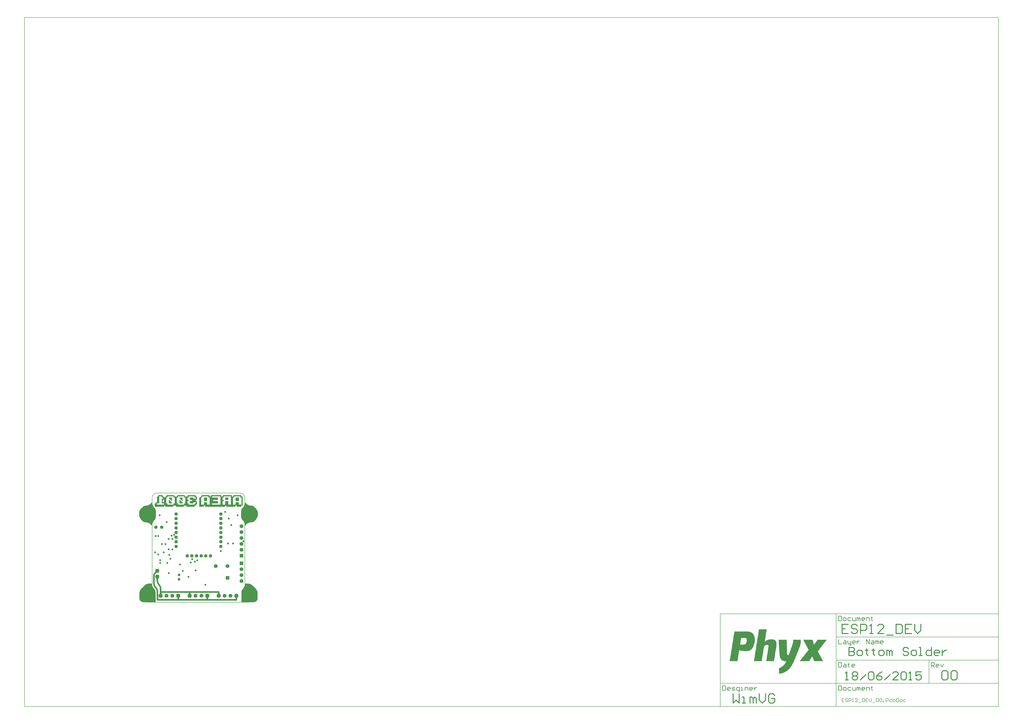
<source format=gbs>
G04 Layer_Color=16711935*
%FSLAX25Y25*%
%MOIN*%
G70*
G01*
G75*
%ADD10C,0.00787*%
%ADD12C,0.01575*%
%ADD17C,0.02756*%
%ADD38C,0.00984*%
%ADD74C,0.05709*%
%ADD75R,0.06496X0.06496*%
%ADD76C,0.06496*%
G04:AMPARAMS|DCode=77|XSize=64.96mil|YSize=64.96mil|CornerRadius=17.72mil|HoleSize=0mil|Usage=FLASHONLY|Rotation=180.000|XOffset=0mil|YOffset=0mil|HoleType=Round|Shape=RoundedRectangle|*
%AMROUNDEDRECTD77*
21,1,0.06496,0.02953,0,0,180.0*
21,1,0.02953,0.06496,0,0,180.0*
1,1,0.03543,-0.01476,0.01476*
1,1,0.03543,0.01476,0.01476*
1,1,0.03543,0.01476,-0.01476*
1,1,0.03543,-0.01476,-0.01476*
%
%ADD77ROUNDEDRECTD77*%
G04:AMPARAMS|DCode=78|XSize=64.96mil|YSize=64.96mil|CornerRadius=17.72mil|HoleSize=0mil|Usage=FLASHONLY|Rotation=90.000|XOffset=0mil|YOffset=0mil|HoleType=Round|Shape=RoundedRectangle|*
%AMROUNDEDRECTD78*
21,1,0.06496,0.02953,0,0,90.0*
21,1,0.02953,0.06496,0,0,90.0*
1,1,0.03543,0.01476,0.01476*
1,1,0.03543,0.01476,-0.01476*
1,1,0.03543,-0.01476,-0.01476*
1,1,0.03543,-0.01476,0.01476*
%
%ADD78ROUNDEDRECTD78*%
%ADD79C,0.06496*%
%ADD80C,0.06496*%
%ADD81R,0.06496X0.06496*%
%ADD82C,0.22441*%
%ADD83C,0.05709*%
%ADD84C,0.04528*%
%ADD86O,0.02756X0.03937*%
%ADD87C,0.03150*%
G36*
X14842Y31496D02*
X19685D01*
X19648Y30591D01*
X19797Y28696D01*
X20240Y26849D01*
X20967Y25093D01*
X21960Y23473D01*
X23194Y22029D01*
X23248Y22083D01*
X24259Y20851D01*
X25011Y19445D01*
X25473Y17920D01*
X25630Y16333D01*
X25591D01*
Y-0D01*
X4752Y-33D01*
X3435Y97D01*
X2168Y482D01*
X1000Y1106D01*
X-23Y1946D01*
X-863Y2969D01*
X-1487Y4137D01*
X-1871Y5403D01*
X-2001Y6721D01*
X-1969D01*
X-2006Y14685D01*
X-1857Y16579D01*
X-1413Y18427D01*
X-686Y20182D01*
X307Y21802D01*
X1541Y23247D01*
X1567Y23221D01*
X6281Y27987D01*
X7725Y29221D01*
X9345Y30214D01*
X11101Y30941D01*
X12948Y31384D01*
X14842Y31533D01*
Y31496D01*
D02*
G37*
G36*
X19987Y169594D02*
X20113Y169291D01*
X20080D01*
X20044Y168386D01*
X20188Y166554D01*
X20617Y164767D01*
X21321Y163069D01*
X22281Y161502D01*
X23474Y160104D01*
X23529Y160159D01*
X24590Y158867D01*
X25378Y157392D01*
X25863Y155792D01*
X26027Y154129D01*
X25986D01*
X26027Y145084D01*
X25863Y143420D01*
X25378Y141821D01*
X24590Y140346D01*
X23529Y139054D01*
X23474Y139108D01*
X22281Y137711D01*
X21321Y136144D01*
X20617Y134446D01*
X20188Y132659D01*
X20044Y130827D01*
X20080D01*
X20113Y129921D01*
X19987Y129619D01*
X19685Y129493D01*
X19383Y129619D01*
X19406Y129642D01*
X17061Y132037D01*
X15664Y133231D01*
X14097Y134191D01*
X12399Y134894D01*
X10612Y135324D01*
X8779Y135468D01*
Y135396D01*
X7342Y135538D01*
X5959Y135957D01*
X4685Y136638D01*
X3569Y137555D01*
X3594Y137580D01*
X1260Y139858D01*
X-14Y141351D01*
X-1039Y143024D01*
X-1790Y144837D01*
X-2248Y146745D01*
X-2301Y147417D01*
X-2304Y147415D01*
X-2396Y147638D01*
X-2364D01*
X-2396Y151575D01*
X-2304Y151798D01*
X-2301Y151796D01*
X-2248Y152468D01*
X-1790Y154376D01*
X-1039Y156189D01*
X-14Y157862D01*
X1260Y159354D01*
X1288Y159327D01*
X3569Y161658D01*
X4685Y162575D01*
X5959Y163256D01*
X7342Y163675D01*
X8779Y163816D01*
Y163745D01*
X10612Y163889D01*
X12399Y164318D01*
X14097Y165022D01*
X15664Y165982D01*
X17061Y167175D01*
X17036Y167201D01*
X19383Y169594D01*
X19685Y169719D01*
X19987Y169594D01*
D02*
G37*
G36*
X177468D02*
X179815Y167201D01*
X179789Y167175D01*
X181187Y165982D01*
X182754Y165022D01*
X184452Y164318D01*
X186239Y163889D01*
X188071Y163745D01*
Y163816D01*
X189508Y163675D01*
X190891Y163256D01*
X192165Y162575D01*
X193282Y161658D01*
X195563Y159327D01*
X195590Y159354D01*
X196864Y157862D01*
X197890Y156189D01*
X198641Y154376D01*
X199099Y152468D01*
X199152Y151796D01*
X199154Y151798D01*
X199247Y151575D01*
X199214Y147638D01*
X199247D01*
X199154Y147415D01*
X199152Y147417D01*
X199099Y146745D01*
X198641Y144837D01*
X197890Y143024D01*
X196864Y141351D01*
X195590Y139858D01*
X193257Y137580D01*
X193282Y137555D01*
X192165Y136638D01*
X190891Y135957D01*
X189508Y135538D01*
X188071Y135396D01*
Y135468D01*
X186239Y135324D01*
X184452Y134894D01*
X182754Y134191D01*
X181187Y133231D01*
X179789Y132037D01*
X177445Y129642D01*
X177468Y129619D01*
X177165Y129493D01*
X176863Y129619D01*
X176738Y129921D01*
X176770Y130827D01*
X176806D01*
X176662Y132659D01*
X176233Y134446D01*
X175530Y136144D01*
X174569Y137711D01*
X173376Y139108D01*
X173321Y139054D01*
X172261Y140346D01*
X171473Y141821D01*
X170987Y143420D01*
X170824Y145084D01*
X170865Y154129D01*
X170824D01*
X170987Y155792D01*
X171473Y157392D01*
X172261Y158867D01*
X173321Y160159D01*
X173376Y160104D01*
X174569Y161502D01*
X175530Y163069D01*
X176233Y164767D01*
X176662Y166554D01*
X176806Y168386D01*
X176770Y169291D01*
X176738D01*
X176863Y169594D01*
X177165Y169719D01*
X177468Y169594D01*
D02*
G37*
G36*
X170987Y181176D02*
X171239D01*
Y180925D01*
X170987D01*
Y180674D01*
Y180423D01*
Y180172D01*
Y179921D01*
Y179669D01*
Y179418D01*
X171239D01*
Y179167D01*
X173248D01*
Y178916D01*
Y178665D01*
Y178414D01*
Y178163D01*
Y177911D01*
Y177660D01*
Y177409D01*
Y177158D01*
Y176907D01*
Y176656D01*
Y176405D01*
Y176154D01*
Y175902D01*
Y175651D01*
Y175400D01*
Y175149D01*
Y174898D01*
Y174647D01*
Y174396D01*
Y174144D01*
Y173893D01*
Y173642D01*
Y173391D01*
Y173140D01*
Y172889D01*
Y172637D01*
Y172386D01*
Y172135D01*
Y171884D01*
Y171633D01*
Y171382D01*
Y171131D01*
Y170879D01*
Y170628D01*
Y170377D01*
Y170126D01*
Y169875D01*
Y169624D01*
Y169373D01*
Y169122D01*
Y168870D01*
Y168619D01*
Y168368D01*
Y168117D01*
Y167866D01*
Y167615D01*
Y167364D01*
Y167112D01*
Y166861D01*
Y166610D01*
Y166359D01*
Y166108D01*
Y165857D01*
Y165605D01*
Y165354D01*
Y165103D01*
Y164852D01*
Y164601D01*
Y164350D01*
Y164099D01*
Y163847D01*
X171239D01*
Y163596D01*
X170987D01*
Y163345D01*
Y163094D01*
Y162843D01*
Y162592D01*
Y162341D01*
Y162090D01*
X171239D01*
Y161838D01*
X163453D01*
Y162090D01*
Y162341D01*
Y162592D01*
Y162843D01*
Y163094D01*
Y163345D01*
Y163596D01*
Y163847D01*
X161193D01*
Y163596D01*
Y163345D01*
Y163094D01*
Y162843D01*
Y162592D01*
Y162341D01*
Y162090D01*
Y161838D01*
X145622D01*
Y162090D01*
Y162341D01*
Y162592D01*
Y162843D01*
Y163094D01*
Y163345D01*
Y163596D01*
Y163847D01*
X143362D01*
Y163596D01*
Y163345D01*
Y163094D01*
Y162843D01*
Y162592D01*
Y162341D01*
Y162090D01*
Y161838D01*
X109708D01*
Y162090D01*
Y162341D01*
Y162592D01*
Y162843D01*
Y163094D01*
Y163345D01*
Y163596D01*
Y163847D01*
X107448D01*
Y163596D01*
X107197D01*
Y163345D01*
Y163094D01*
Y162843D01*
Y162592D01*
Y162341D01*
Y162090D01*
Y161838D01*
X99663D01*
Y162090D01*
Y162341D01*
Y162592D01*
Y162843D01*
Y163094D01*
Y163345D01*
Y163596D01*
Y163847D01*
Y164099D01*
Y164350D01*
Y164601D01*
Y164852D01*
Y165103D01*
Y165354D01*
Y165605D01*
Y165857D01*
Y166108D01*
Y166359D01*
Y166610D01*
Y166861D01*
Y167112D01*
Y167364D01*
Y167615D01*
Y167866D01*
Y168117D01*
Y168368D01*
Y168619D01*
Y168870D01*
Y169122D01*
Y169373D01*
Y169624D01*
Y169875D01*
Y170126D01*
Y170377D01*
Y170628D01*
Y170879D01*
Y171131D01*
Y171382D01*
Y171633D01*
Y171884D01*
Y172135D01*
Y172386D01*
Y172637D01*
Y172889D01*
Y173140D01*
Y173391D01*
Y173642D01*
Y173893D01*
Y174144D01*
Y174396D01*
Y174647D01*
Y174898D01*
Y175149D01*
Y175400D01*
Y175651D01*
Y175902D01*
Y176154D01*
Y176405D01*
Y176656D01*
Y176907D01*
Y177158D01*
Y177409D01*
X101672D01*
Y177660D01*
Y177911D01*
Y178163D01*
Y178414D01*
Y178665D01*
Y178916D01*
Y179167D01*
X103681D01*
Y179418D01*
Y179669D01*
Y179921D01*
Y180172D01*
Y180423D01*
Y180674D01*
Y180925D01*
Y181176D01*
Y181428D01*
X117243D01*
Y181176D01*
Y180925D01*
Y180674D01*
Y180423D01*
Y180172D01*
Y179921D01*
Y179669D01*
Y179418D01*
Y179167D01*
X117745D01*
Y179418D01*
X119252D01*
Y179167D01*
X119754D01*
Y179418D01*
Y179669D01*
Y179921D01*
Y180172D01*
Y180423D01*
Y180674D01*
Y180925D01*
Y181176D01*
Y181428D01*
X137334D01*
Y181176D01*
Y180925D01*
Y180674D01*
Y180423D01*
Y180172D01*
Y179921D01*
Y179669D01*
Y179418D01*
Y179167D01*
X139594D01*
Y179418D01*
Y179669D01*
Y179921D01*
Y180172D01*
Y180423D01*
Y180674D01*
Y180925D01*
Y181176D01*
Y181428D01*
X155165D01*
Y181176D01*
Y180925D01*
Y180674D01*
Y180423D01*
Y180172D01*
Y179921D01*
Y179669D01*
Y179418D01*
Y179167D01*
X157426D01*
Y179418D01*
Y179669D01*
Y179921D01*
Y180172D01*
Y180423D01*
Y180674D01*
Y180925D01*
Y181176D01*
Y181428D01*
X170987D01*
Y181176D01*
D02*
G37*
G36*
X93635D02*
Y180925D01*
Y180674D01*
Y180423D01*
Y180172D01*
Y179921D01*
Y179669D01*
Y179418D01*
Y179167D01*
X95644D01*
Y178916D01*
Y178665D01*
Y178414D01*
Y178163D01*
Y177911D01*
Y177660D01*
Y177409D01*
Y177158D01*
Y176907D01*
Y176656D01*
Y176405D01*
Y176154D01*
Y175902D01*
Y175651D01*
Y175400D01*
Y175149D01*
Y174898D01*
Y174647D01*
Y174396D01*
Y174144D01*
Y173893D01*
Y173642D01*
X93635D01*
Y173391D01*
Y173140D01*
Y172889D01*
Y172637D01*
Y172386D01*
Y172135D01*
Y171884D01*
Y171633D01*
Y171382D01*
X95644D01*
Y171131D01*
Y170879D01*
Y170628D01*
Y170377D01*
Y170126D01*
Y169875D01*
Y169624D01*
Y169373D01*
Y169122D01*
Y168870D01*
Y168619D01*
Y168368D01*
Y168117D01*
Y167866D01*
Y167615D01*
Y167364D01*
Y167112D01*
Y166861D01*
Y166610D01*
Y166359D01*
Y166108D01*
Y165857D01*
Y165605D01*
X93635D01*
Y165354D01*
Y165103D01*
Y164852D01*
Y164601D01*
Y164350D01*
Y164099D01*
Y163847D01*
Y163596D01*
X93384D01*
Y163847D01*
X91626D01*
Y163596D01*
Y163345D01*
Y163094D01*
Y162843D01*
Y162592D01*
Y162341D01*
Y162090D01*
Y161838D01*
X77813D01*
Y162090D01*
X78064D01*
Y162341D01*
Y162592D01*
Y162843D01*
Y163094D01*
Y163345D01*
Y163596D01*
X77813D01*
Y163847D01*
X73795D01*
Y163596D01*
X73544D01*
Y163345D01*
Y163094D01*
Y162843D01*
Y162592D01*
Y162341D01*
Y162090D01*
Y161838D01*
X59982D01*
Y162090D01*
Y162341D01*
Y162592D01*
Y162843D01*
Y163094D01*
Y163345D01*
Y163596D01*
Y163847D01*
X55713D01*
Y163596D01*
X55462D01*
Y163345D01*
Y163094D01*
Y162843D01*
Y162592D01*
Y162341D01*
Y162090D01*
Y161838D01*
X41900D01*
Y162090D01*
Y162341D01*
Y162592D01*
Y162843D01*
Y163094D01*
Y163345D01*
Y163596D01*
X39639D01*
Y163345D01*
Y163094D01*
Y162843D01*
Y162592D01*
Y162341D01*
Y162090D01*
Y161838D01*
X24069D01*
Y162090D01*
Y162341D01*
Y162592D01*
Y162843D01*
Y163094D01*
Y163345D01*
Y163596D01*
Y163847D01*
Y164099D01*
Y164350D01*
Y164601D01*
Y164852D01*
Y165103D01*
Y165354D01*
Y165605D01*
Y165857D01*
Y166108D01*
Y166359D01*
Y166610D01*
Y166861D01*
Y167112D01*
Y167364D01*
X26078D01*
Y167615D01*
Y167866D01*
Y168117D01*
Y168368D01*
Y168619D01*
Y168870D01*
Y169122D01*
Y169373D01*
X28087D01*
Y169624D01*
Y169875D01*
Y170126D01*
Y170377D01*
Y170628D01*
Y170879D01*
Y171131D01*
Y171382D01*
Y171633D01*
Y171884D01*
Y172135D01*
Y172386D01*
Y172637D01*
Y172889D01*
Y173140D01*
Y173391D01*
Y173642D01*
Y173893D01*
Y174144D01*
Y174396D01*
Y174647D01*
Y174898D01*
Y175149D01*
Y175400D01*
Y175651D01*
Y175902D01*
Y176154D01*
Y176405D01*
Y176656D01*
Y176907D01*
Y177158D01*
Y177409D01*
Y177660D01*
Y177911D01*
Y178163D01*
Y178414D01*
Y178665D01*
Y178916D01*
Y179167D01*
X29845D01*
Y179418D01*
X30096D01*
Y179669D01*
Y179921D01*
Y180172D01*
Y180423D01*
Y180674D01*
Y180925D01*
Y181176D01*
Y181428D01*
X37630D01*
Y181176D01*
Y180925D01*
Y180674D01*
Y180423D01*
Y180172D01*
Y179921D01*
Y179669D01*
Y179418D01*
Y179167D01*
X39639D01*
Y178916D01*
Y178665D01*
Y178414D01*
Y178163D01*
Y177911D01*
Y177660D01*
Y177409D01*
Y177158D01*
X39891D01*
Y177409D01*
X41900D01*
Y177660D01*
Y177911D01*
Y178163D01*
Y178414D01*
Y178665D01*
Y178916D01*
Y179167D01*
X43909D01*
Y179418D01*
Y179669D01*
Y179921D01*
Y180172D01*
Y180423D01*
Y180674D01*
Y180925D01*
Y181176D01*
Y181428D01*
X57471D01*
Y181176D01*
Y180925D01*
Y180674D01*
Y180423D01*
Y180172D01*
Y179921D01*
Y179669D01*
Y179418D01*
X57722D01*
Y179167D01*
X61991D01*
Y179418D01*
Y179669D01*
Y179921D01*
Y180172D01*
Y180423D01*
Y180674D01*
Y180925D01*
Y181176D01*
Y181428D01*
X75553D01*
Y181176D01*
Y180925D01*
Y180674D01*
Y180423D01*
Y180172D01*
Y179921D01*
Y179669D01*
Y179418D01*
X75804D01*
Y179167D01*
X79822D01*
Y179418D01*
X80073D01*
Y179669D01*
Y179921D01*
Y180172D01*
Y180423D01*
Y180674D01*
Y180925D01*
X79822D01*
Y181176D01*
X80073D01*
Y181428D01*
X93635D01*
Y181176D01*
D02*
G37*
G36*
X183902Y31384D02*
X185750Y30941D01*
X187505Y30214D01*
X189125Y29221D01*
X190570Y27987D01*
X195283Y23221D01*
X195310Y23247D01*
X196544Y21802D01*
X197537Y20182D01*
X198264Y18427D01*
X198707Y16579D01*
X198856Y14685D01*
X198819Y6721D01*
X198851D01*
X198722Y5403D01*
X198337Y4137D01*
X197713Y2969D01*
X196873Y1946D01*
X195850Y1106D01*
X194682Y482D01*
X193415Y97D01*
X192098Y-33D01*
X171260Y-0D01*
Y16333D01*
X171221D01*
X171377Y17920D01*
X171840Y19445D01*
X172591Y20851D01*
X173602Y22083D01*
X173656Y22029D01*
X174890Y23473D01*
X175883Y25093D01*
X176610Y26849D01*
X177054Y28696D01*
X177203Y30591D01*
X177165Y31496D01*
X182008D01*
Y31533D01*
X183902Y31384D01*
D02*
G37*
%LPC*%
G36*
X36123Y179669D02*
X31603D01*
Y179418D01*
Y179167D01*
Y178916D01*
Y178665D01*
Y178414D01*
Y178163D01*
Y177911D01*
Y177660D01*
Y177409D01*
Y177158D01*
Y176907D01*
Y176656D01*
Y176405D01*
Y176154D01*
Y175902D01*
Y175651D01*
Y175400D01*
Y175149D01*
Y174898D01*
Y174647D01*
Y174396D01*
Y174144D01*
Y173893D01*
Y173642D01*
Y173391D01*
Y173140D01*
Y172889D01*
Y172637D01*
Y172386D01*
Y172135D01*
Y171884D01*
Y171633D01*
Y171382D01*
Y171131D01*
Y170879D01*
Y170628D01*
Y170377D01*
Y170126D01*
Y169875D01*
Y169624D01*
Y169373D01*
Y169122D01*
Y168870D01*
Y168619D01*
Y168368D01*
Y168117D01*
Y167866D01*
X31854D01*
Y167615D01*
X27836D01*
Y167364D01*
X27585D01*
Y167112D01*
Y166861D01*
Y166610D01*
Y166359D01*
Y166108D01*
Y165857D01*
Y165605D01*
Y165354D01*
X39891D01*
Y165605D01*
Y165857D01*
Y166108D01*
Y166359D01*
Y166610D01*
Y166861D01*
Y167112D01*
Y167364D01*
Y167615D01*
X35872D01*
Y167866D01*
X36123D01*
Y168117D01*
Y168368D01*
Y168619D01*
Y168870D01*
Y169122D01*
Y169373D01*
Y169624D01*
Y169875D01*
Y170126D01*
Y170377D01*
Y170628D01*
Y170879D01*
Y171131D01*
Y171382D01*
Y171633D01*
Y171884D01*
Y172135D01*
Y172386D01*
Y172637D01*
Y172889D01*
Y173140D01*
Y173391D01*
Y173642D01*
Y173893D01*
Y174144D01*
Y174396D01*
Y174647D01*
Y174898D01*
Y175149D01*
X35872D01*
Y175400D01*
X38133D01*
Y175651D01*
Y175902D01*
Y176154D01*
Y176405D01*
Y176656D01*
Y176907D01*
Y177158D01*
Y177409D01*
X37881D01*
Y177660D01*
X35872D01*
Y177911D01*
X36123D01*
Y178163D01*
Y178414D01*
Y178665D01*
Y178916D01*
Y179167D01*
Y179418D01*
Y179669D01*
D02*
G37*
G36*
X115485D02*
X105188D01*
Y179418D01*
Y179167D01*
Y178916D01*
Y178665D01*
Y178414D01*
Y178163D01*
Y177911D01*
X105439D01*
Y177660D01*
X103430D01*
Y177409D01*
X103179D01*
Y177158D01*
Y176907D01*
Y176656D01*
Y176405D01*
Y176154D01*
Y175902D01*
Y175651D01*
Y175400D01*
Y175149D01*
Y174898D01*
Y174647D01*
Y174396D01*
Y174144D01*
Y173893D01*
Y173642D01*
Y173391D01*
Y173140D01*
Y172889D01*
Y172637D01*
Y172386D01*
Y172135D01*
Y171884D01*
Y171633D01*
Y171382D01*
Y171131D01*
Y170879D01*
Y170628D01*
Y170377D01*
Y170126D01*
Y169875D01*
Y169624D01*
Y169373D01*
Y169122D01*
Y168870D01*
Y168619D01*
Y168368D01*
Y168117D01*
Y167866D01*
Y167615D01*
Y167364D01*
Y167112D01*
Y166861D01*
Y166610D01*
Y166359D01*
Y166108D01*
Y165857D01*
Y165605D01*
Y165354D01*
X107699D01*
Y165605D01*
Y165857D01*
Y166108D01*
Y166359D01*
Y166610D01*
Y166861D01*
Y167112D01*
Y167364D01*
Y167615D01*
Y167866D01*
Y168117D01*
Y168368D01*
Y168619D01*
Y168870D01*
Y169122D01*
Y169373D01*
X113224D01*
Y169122D01*
Y168870D01*
Y168619D01*
Y168368D01*
Y168117D01*
Y167866D01*
Y167615D01*
Y167364D01*
Y167112D01*
Y166861D01*
Y166610D01*
Y166359D01*
Y166108D01*
Y165857D01*
Y165605D01*
Y165354D01*
X117494D01*
Y165605D01*
Y165857D01*
Y166108D01*
Y166359D01*
Y166610D01*
Y166861D01*
Y167112D01*
Y167364D01*
Y167615D01*
Y167866D01*
Y168117D01*
Y168368D01*
Y168619D01*
Y168870D01*
Y169122D01*
Y169373D01*
Y169624D01*
Y169875D01*
Y170126D01*
Y170377D01*
Y170628D01*
Y170879D01*
Y171131D01*
Y171382D01*
Y171633D01*
Y171884D01*
Y172135D01*
Y172386D01*
Y172637D01*
Y172889D01*
Y173140D01*
Y173391D01*
Y173642D01*
Y173893D01*
Y174144D01*
Y174396D01*
Y174647D01*
Y174898D01*
Y175149D01*
Y175400D01*
Y175651D01*
Y175902D01*
Y176154D01*
Y176405D01*
Y176656D01*
Y176907D01*
Y177158D01*
Y177409D01*
Y177660D01*
X115485D01*
Y177911D01*
Y178163D01*
Y178414D01*
Y178665D01*
Y178916D01*
Y179167D01*
Y179418D01*
Y179669D01*
D02*
G37*
G36*
X74046D02*
X63749D01*
Y179418D01*
Y179167D01*
Y178916D01*
Y178665D01*
Y178414D01*
Y178163D01*
Y177911D01*
Y177660D01*
X61740D01*
Y177409D01*
Y177158D01*
Y176907D01*
Y176656D01*
Y176405D01*
Y176154D01*
Y175902D01*
Y175651D01*
Y175400D01*
Y175149D01*
Y174898D01*
Y174647D01*
Y174396D01*
Y174144D01*
Y173893D01*
Y173642D01*
Y173391D01*
Y173140D01*
Y172889D01*
Y172637D01*
Y172386D01*
Y172135D01*
Y171884D01*
Y171633D01*
Y171382D01*
Y171131D01*
Y170879D01*
Y170628D01*
Y170377D01*
Y170126D01*
Y169875D01*
Y169624D01*
Y169373D01*
Y169122D01*
Y168870D01*
Y168619D01*
Y168368D01*
Y168117D01*
Y167866D01*
Y167615D01*
Y167364D01*
X63749D01*
Y167112D01*
Y166861D01*
Y166610D01*
Y166359D01*
Y166108D01*
Y165857D01*
Y165605D01*
Y165354D01*
X74046D01*
Y165605D01*
Y165857D01*
Y166108D01*
Y166359D01*
Y166610D01*
Y166861D01*
Y167112D01*
Y167364D01*
X75804D01*
Y167615D01*
X76055D01*
Y167866D01*
Y168117D01*
Y168368D01*
Y168619D01*
Y168870D01*
Y169122D01*
Y169373D01*
Y169624D01*
Y169875D01*
Y170126D01*
Y170377D01*
Y170628D01*
Y170879D01*
Y171131D01*
Y171382D01*
Y171633D01*
Y171884D01*
Y172135D01*
Y172386D01*
Y172637D01*
Y172889D01*
Y173140D01*
Y173391D01*
Y173642D01*
Y173893D01*
Y174144D01*
Y174396D01*
Y174647D01*
Y174898D01*
Y175149D01*
Y175400D01*
Y175651D01*
Y175902D01*
Y176154D01*
Y176405D01*
Y176656D01*
Y176907D01*
Y177158D01*
Y177409D01*
Y177660D01*
X74046D01*
Y177911D01*
Y178163D01*
Y178414D01*
Y178665D01*
Y178916D01*
Y179167D01*
Y179418D01*
Y179669D01*
D02*
G37*
G36*
X55964D02*
X45667D01*
Y179418D01*
Y179167D01*
Y178916D01*
Y178665D01*
Y178414D01*
Y178163D01*
Y177911D01*
Y177660D01*
X43658D01*
Y177409D01*
Y177158D01*
Y176907D01*
Y176656D01*
Y176405D01*
Y176154D01*
Y175902D01*
Y175651D01*
Y175400D01*
Y175149D01*
Y174898D01*
Y174647D01*
Y174396D01*
Y174144D01*
Y173893D01*
Y173642D01*
Y173391D01*
Y173140D01*
Y172889D01*
Y172637D01*
Y172386D01*
Y172135D01*
Y171884D01*
Y171633D01*
Y171382D01*
Y171131D01*
Y170879D01*
Y170628D01*
Y170377D01*
Y170126D01*
Y169875D01*
Y169624D01*
Y169373D01*
Y169122D01*
Y168870D01*
Y168619D01*
Y168368D01*
Y168117D01*
Y167866D01*
Y167615D01*
Y167364D01*
X45667D01*
Y167112D01*
Y166861D01*
Y166610D01*
Y166359D01*
Y166108D01*
Y165857D01*
Y165605D01*
Y165354D01*
X55964D01*
Y165605D01*
Y165857D01*
Y166108D01*
Y166359D01*
Y166610D01*
Y166861D01*
Y167112D01*
Y167364D01*
X57973D01*
Y167615D01*
Y167866D01*
Y168117D01*
Y168368D01*
Y168619D01*
Y168870D01*
Y169122D01*
Y169373D01*
Y169624D01*
Y169875D01*
Y170126D01*
Y170377D01*
Y170628D01*
Y170879D01*
Y171131D01*
Y171382D01*
Y171633D01*
Y171884D01*
Y172135D01*
Y172386D01*
Y172637D01*
Y172889D01*
Y173140D01*
Y173391D01*
Y173642D01*
Y173893D01*
Y174144D01*
Y174396D01*
Y174647D01*
Y174898D01*
Y175149D01*
Y175400D01*
Y175651D01*
Y175902D01*
Y176154D01*
Y176405D01*
Y176656D01*
Y176907D01*
Y177158D01*
Y177409D01*
Y177660D01*
X55964D01*
Y177911D01*
Y178163D01*
Y178414D01*
Y178665D01*
Y178916D01*
Y179167D01*
Y179418D01*
Y179669D01*
D02*
G37*
G36*
X199148Y147419D02*
X199152Y147417D01*
X199152Y147419D01*
X199148Y147419D01*
D02*
G37*
G36*
X-2298D02*
X-2301Y147419D01*
X-2301Y147417D01*
X-2298Y147419D01*
D02*
G37*
G36*
X199152Y151796D02*
X199148Y151794D01*
X199152Y151794D01*
X199152Y151796D01*
D02*
G37*
G36*
X-2301D02*
X-2301Y151794D01*
X-2298Y151794D01*
X-2301Y151796D01*
D02*
G37*
G36*
X40142Y173642D02*
X37630D01*
Y173391D01*
Y173140D01*
Y172889D01*
Y172637D01*
Y172386D01*
Y172135D01*
Y171884D01*
Y171633D01*
Y171382D01*
Y171131D01*
Y170879D01*
Y170628D01*
Y170377D01*
Y170126D01*
Y169875D01*
Y169624D01*
Y169373D01*
X40142D01*
Y169624D01*
Y169875D01*
Y170126D01*
Y170377D01*
Y170628D01*
Y170879D01*
Y171131D01*
Y171382D01*
Y171633D01*
Y171884D01*
Y172135D01*
Y172386D01*
Y172637D01*
Y172889D01*
Y173140D01*
Y173391D01*
Y173642D01*
D02*
G37*
G36*
X91877Y179669D02*
X81580D01*
Y179418D01*
Y179167D01*
Y178916D01*
Y178665D01*
Y178414D01*
Y178163D01*
Y177911D01*
Y177660D01*
X79571D01*
Y177409D01*
Y177158D01*
Y176907D01*
Y176656D01*
Y176405D01*
Y176154D01*
Y175902D01*
Y175651D01*
Y175400D01*
Y175149D01*
Y174898D01*
Y174647D01*
Y174396D01*
Y174144D01*
Y173893D01*
Y173642D01*
Y173391D01*
X81580D01*
Y173140D01*
Y172889D01*
Y172637D01*
Y172386D01*
Y172135D01*
Y171884D01*
Y171633D01*
X79571D01*
Y171382D01*
Y171131D01*
Y170879D01*
Y170628D01*
Y170377D01*
Y170126D01*
Y169875D01*
Y169624D01*
Y169373D01*
Y169122D01*
Y168870D01*
Y168619D01*
Y168368D01*
Y168117D01*
Y167866D01*
Y167615D01*
Y167364D01*
X81580D01*
Y167112D01*
Y166861D01*
Y166610D01*
Y166359D01*
Y166108D01*
Y165857D01*
Y165605D01*
Y165354D01*
X91877D01*
Y165605D01*
Y165857D01*
Y166108D01*
Y166359D01*
Y166610D01*
Y166861D01*
Y167112D01*
Y167364D01*
X93886D01*
Y167615D01*
Y167866D01*
Y168117D01*
Y168368D01*
Y168619D01*
Y168870D01*
Y169122D01*
Y169373D01*
Y169624D01*
X89617D01*
Y169373D01*
Y169122D01*
Y168870D01*
Y168619D01*
Y168368D01*
Y168117D01*
Y167866D01*
Y167615D01*
X83841D01*
Y167866D01*
Y168117D01*
Y168368D01*
Y168619D01*
Y168870D01*
Y169122D01*
Y169373D01*
Y169624D01*
Y169875D01*
Y170126D01*
Y170377D01*
Y170628D01*
Y170879D01*
Y171131D01*
Y171382D01*
X87859D01*
Y171633D01*
Y171884D01*
Y172135D01*
Y172386D01*
Y172637D01*
Y172889D01*
Y173140D01*
Y173391D01*
Y173642D01*
X83841D01*
Y173893D01*
Y174144D01*
Y174396D01*
Y174647D01*
Y174898D01*
Y175149D01*
Y175400D01*
Y175651D01*
Y175902D01*
Y176154D01*
Y176405D01*
Y176656D01*
Y176907D01*
Y177158D01*
Y177409D01*
X89617D01*
Y177158D01*
Y176907D01*
Y176656D01*
Y176405D01*
Y176154D01*
Y175902D01*
Y175651D01*
Y175400D01*
X93886D01*
Y175651D01*
Y175902D01*
Y176154D01*
Y176405D01*
Y176656D01*
Y176907D01*
Y177158D01*
Y177409D01*
Y177660D01*
X91877D01*
Y177911D01*
Y178163D01*
Y178414D01*
Y178665D01*
Y178916D01*
Y179167D01*
Y179418D01*
Y179669D01*
D02*
G37*
G36*
X169481D02*
X159184D01*
Y179418D01*
Y179167D01*
Y178916D01*
Y178665D01*
Y178414D01*
Y178163D01*
Y177911D01*
Y177660D01*
X157175D01*
Y177409D01*
Y177158D01*
Y176907D01*
Y176656D01*
Y176405D01*
Y176154D01*
Y175902D01*
Y175651D01*
Y175400D01*
Y175149D01*
Y174898D01*
Y174647D01*
Y174396D01*
Y174144D01*
Y173893D01*
Y173642D01*
Y173391D01*
Y173140D01*
Y172889D01*
Y172637D01*
Y172386D01*
Y172135D01*
Y171884D01*
Y171633D01*
Y171382D01*
Y171131D01*
Y170879D01*
Y170628D01*
Y170377D01*
Y170126D01*
Y169875D01*
Y169624D01*
Y169373D01*
Y169122D01*
Y168870D01*
Y168619D01*
Y168368D01*
Y168117D01*
Y167866D01*
Y167615D01*
Y167364D01*
Y167112D01*
Y166861D01*
Y166610D01*
Y166359D01*
Y166108D01*
Y165857D01*
Y165605D01*
Y165354D01*
X161444D01*
Y165605D01*
Y165857D01*
Y166108D01*
Y166359D01*
Y166610D01*
Y166861D01*
Y167112D01*
Y167364D01*
Y167615D01*
Y167866D01*
Y168117D01*
Y168368D01*
Y168619D01*
Y168870D01*
Y169122D01*
Y169373D01*
X167220D01*
Y169122D01*
Y168870D01*
X166969D01*
Y168619D01*
Y168368D01*
Y168117D01*
Y167866D01*
Y167615D01*
Y167364D01*
Y167112D01*
Y166861D01*
Y166610D01*
Y166359D01*
Y166108D01*
Y165857D01*
Y165605D01*
X167220D01*
Y165354D01*
X171490D01*
Y165605D01*
Y165857D01*
Y166108D01*
Y166359D01*
Y166610D01*
Y166861D01*
Y167112D01*
Y167364D01*
Y167615D01*
Y167866D01*
Y168117D01*
Y168368D01*
Y168619D01*
Y168870D01*
Y169122D01*
Y169373D01*
Y169624D01*
Y169875D01*
Y170126D01*
Y170377D01*
Y170628D01*
Y170879D01*
Y171131D01*
Y171382D01*
Y171633D01*
Y171884D01*
Y172135D01*
Y172386D01*
Y172637D01*
Y172889D01*
Y173140D01*
Y173391D01*
Y173642D01*
Y173893D01*
Y174144D01*
Y174396D01*
Y174647D01*
Y174898D01*
Y175149D01*
Y175400D01*
Y175651D01*
Y175902D01*
Y176154D01*
Y176405D01*
Y176656D01*
Y176907D01*
Y177158D01*
Y177409D01*
Y177660D01*
X169481D01*
Y177911D01*
Y178163D01*
Y178414D01*
Y178665D01*
Y178916D01*
Y179167D01*
Y179418D01*
Y179669D01*
D02*
G37*
G36*
X153407D02*
X141352D01*
Y179418D01*
Y179167D01*
Y178916D01*
Y178665D01*
Y178414D01*
Y178163D01*
Y177911D01*
Y177660D01*
X139343D01*
Y177409D01*
Y177158D01*
Y176907D01*
Y176656D01*
Y176405D01*
Y176154D01*
Y175902D01*
Y175651D01*
Y175400D01*
Y175149D01*
Y174898D01*
Y174647D01*
Y174396D01*
Y174144D01*
Y173893D01*
Y173642D01*
Y173391D01*
X141352D01*
Y173140D01*
Y172889D01*
Y172637D01*
Y172386D01*
Y172135D01*
Y171884D01*
Y171633D01*
X139092D01*
Y171382D01*
X139343D01*
Y171131D01*
Y170879D01*
Y170628D01*
Y170377D01*
Y170126D01*
Y169875D01*
Y169624D01*
Y169373D01*
Y169122D01*
Y168870D01*
Y168619D01*
Y168368D01*
Y168117D01*
Y167866D01*
Y167615D01*
Y167364D01*
Y167112D01*
Y166861D01*
Y166610D01*
Y166359D01*
Y166108D01*
Y165857D01*
Y165605D01*
Y165354D01*
X143613D01*
Y165605D01*
Y165857D01*
Y166108D01*
Y166359D01*
Y166610D01*
Y166861D01*
Y167112D01*
Y167364D01*
Y167615D01*
Y167866D01*
Y168117D01*
Y168368D01*
Y168619D01*
Y168870D01*
Y169122D01*
Y169373D01*
Y169624D01*
Y169875D01*
Y170126D01*
Y170377D01*
Y170628D01*
Y170879D01*
Y171131D01*
Y171382D01*
X149138D01*
Y171131D01*
Y170879D01*
Y170628D01*
Y170377D01*
Y170126D01*
Y169875D01*
Y169624D01*
Y169373D01*
Y169122D01*
Y168870D01*
Y168619D01*
Y168368D01*
Y168117D01*
Y167866D01*
Y167615D01*
Y167364D01*
Y167112D01*
Y166861D01*
Y166610D01*
Y166359D01*
Y166108D01*
Y165857D01*
Y165605D01*
Y165354D01*
X153407D01*
Y165605D01*
Y165857D01*
Y166108D01*
Y166359D01*
Y166610D01*
Y166861D01*
Y167112D01*
Y167364D01*
Y167615D01*
Y167866D01*
Y168117D01*
Y168368D01*
Y168619D01*
Y168870D01*
Y169122D01*
Y169373D01*
Y169624D01*
Y169875D01*
Y170126D01*
Y170377D01*
Y170628D01*
Y170879D01*
Y171131D01*
Y171382D01*
Y171633D01*
Y171884D01*
Y172135D01*
Y172386D01*
Y172637D01*
Y172889D01*
Y173140D01*
Y173391D01*
Y173642D01*
Y173893D01*
Y174144D01*
Y174396D01*
Y174647D01*
Y174898D01*
Y175149D01*
Y175400D01*
Y175651D01*
Y175902D01*
Y176154D01*
Y176405D01*
Y176656D01*
Y176907D01*
Y177158D01*
Y177409D01*
Y177660D01*
Y177911D01*
Y178163D01*
Y178414D01*
Y178665D01*
Y178916D01*
Y179167D01*
Y179418D01*
Y179669D01*
D02*
G37*
G36*
X135576D02*
X121261D01*
Y179418D01*
Y179167D01*
Y178916D01*
Y178665D01*
Y178414D01*
Y178163D01*
Y177911D01*
Y177660D01*
Y177409D01*
X131307D01*
Y177158D01*
Y176907D01*
Y176656D01*
Y176405D01*
Y176154D01*
Y175902D01*
Y175651D01*
Y175400D01*
Y175149D01*
Y174898D01*
Y174647D01*
Y174396D01*
Y174144D01*
Y173893D01*
Y173642D01*
X123270D01*
Y173391D01*
Y173140D01*
Y172889D01*
Y172637D01*
Y172386D01*
Y172135D01*
Y171884D01*
Y171633D01*
Y171382D01*
X131307D01*
Y171131D01*
Y170879D01*
Y170628D01*
Y170377D01*
Y170126D01*
Y169875D01*
Y169624D01*
Y169373D01*
Y169122D01*
Y168870D01*
Y168619D01*
Y168368D01*
Y168117D01*
Y167866D01*
Y167615D01*
X121261D01*
Y167364D01*
Y167112D01*
Y166861D01*
Y166610D01*
Y166359D01*
Y166108D01*
Y165857D01*
Y165605D01*
Y165354D01*
X135576D01*
Y165605D01*
Y165857D01*
Y166108D01*
Y166359D01*
Y166610D01*
Y166861D01*
Y167112D01*
Y167364D01*
Y167615D01*
Y167866D01*
Y168117D01*
Y168368D01*
Y168619D01*
Y168870D01*
Y169122D01*
Y169373D01*
Y169624D01*
Y169875D01*
Y170126D01*
Y170377D01*
Y170628D01*
Y170879D01*
Y171131D01*
Y171382D01*
Y171633D01*
Y171884D01*
Y172135D01*
Y172386D01*
Y172637D01*
Y172889D01*
Y173140D01*
Y173391D01*
Y173642D01*
Y173893D01*
Y174144D01*
Y174396D01*
Y174647D01*
Y174898D01*
Y175149D01*
Y175400D01*
Y175651D01*
Y175902D01*
Y176154D01*
Y176405D01*
Y176656D01*
Y176907D01*
Y177158D01*
Y177409D01*
Y177660D01*
Y177911D01*
Y178163D01*
Y178414D01*
Y178665D01*
Y178916D01*
Y179167D01*
Y179418D01*
Y179669D01*
D02*
G37*
%LPD*%
G36*
X113224Y177158D02*
Y176907D01*
Y176656D01*
Y176405D01*
Y176154D01*
Y175902D01*
Y175651D01*
Y175400D01*
Y175149D01*
Y174898D01*
Y174647D01*
Y174396D01*
Y174144D01*
Y173893D01*
Y173642D01*
Y173391D01*
Y173140D01*
Y172889D01*
Y172637D01*
Y172386D01*
Y172135D01*
Y171884D01*
Y171633D01*
X107699D01*
Y171884D01*
Y172135D01*
Y172386D01*
Y172637D01*
Y172889D01*
Y173140D01*
Y173391D01*
Y173642D01*
Y173893D01*
Y174144D01*
Y174396D01*
Y174647D01*
Y174898D01*
Y175149D01*
Y175400D01*
Y175651D01*
Y175902D01*
Y176154D01*
Y176405D01*
Y176656D01*
Y176907D01*
Y177158D01*
Y177409D01*
X113224D01*
Y177158D01*
D02*
G37*
G36*
X167220D02*
Y176907D01*
X166969D01*
Y176656D01*
Y176405D01*
Y176154D01*
Y175902D01*
Y175651D01*
Y175400D01*
Y175149D01*
Y174898D01*
Y174647D01*
Y174396D01*
Y174144D01*
Y173893D01*
Y173642D01*
Y173391D01*
Y173140D01*
Y172889D01*
Y172637D01*
Y172386D01*
Y172135D01*
X167220D01*
Y171884D01*
Y171633D01*
X161444D01*
Y171884D01*
Y172135D01*
Y172386D01*
Y172637D01*
Y172889D01*
Y173140D01*
Y173391D01*
Y173642D01*
Y173893D01*
Y174144D01*
Y174396D01*
Y174647D01*
Y174898D01*
Y175149D01*
Y175400D01*
Y175651D01*
Y175902D01*
Y176154D01*
Y176405D01*
Y176656D01*
Y176907D01*
Y177158D01*
Y177409D01*
X167220D01*
Y177158D01*
D02*
G37*
G36*
X149138D02*
Y176907D01*
Y176656D01*
Y176405D01*
Y176154D01*
Y175902D01*
Y175651D01*
Y175400D01*
Y175149D01*
Y174898D01*
Y174647D01*
Y174396D01*
Y174144D01*
Y173893D01*
Y173642D01*
X143613D01*
Y173893D01*
Y174144D01*
Y174396D01*
Y174647D01*
Y174898D01*
Y175149D01*
Y175400D01*
Y175651D01*
Y175902D01*
Y176154D01*
Y176405D01*
Y176656D01*
Y176907D01*
Y177158D01*
Y177409D01*
X149138D01*
Y177158D01*
D02*
G37*
G36*
X67768Y173140D02*
Y172889D01*
Y172637D01*
Y172386D01*
Y172135D01*
Y171884D01*
Y171633D01*
Y171382D01*
X69777D01*
Y171131D01*
Y170879D01*
Y170628D01*
Y170377D01*
Y170126D01*
Y169875D01*
Y169624D01*
Y169373D01*
X71535D01*
Y169122D01*
Y168870D01*
Y168619D01*
Y168368D01*
Y168117D01*
Y167866D01*
Y167615D01*
X66009D01*
Y167866D01*
Y168117D01*
Y168368D01*
Y168619D01*
Y168870D01*
Y169122D01*
Y169373D01*
Y169624D01*
Y169875D01*
Y170126D01*
Y170377D01*
Y170628D01*
Y170879D01*
Y171131D01*
Y171382D01*
Y171633D01*
Y171884D01*
Y172135D01*
Y172386D01*
Y172637D01*
Y172889D01*
Y173140D01*
Y173391D01*
X67768D01*
Y173140D01*
D02*
G37*
G36*
X49685D02*
Y172889D01*
Y172637D01*
Y172386D01*
Y172135D01*
Y171884D01*
Y171633D01*
Y171382D01*
X51694D01*
Y171131D01*
Y170879D01*
Y170628D01*
Y170377D01*
Y170126D01*
Y169875D01*
Y169624D01*
Y169373D01*
X53452D01*
Y169122D01*
Y168870D01*
Y168619D01*
Y168368D01*
Y168117D01*
Y167866D01*
Y167615D01*
X47927D01*
Y167866D01*
Y168117D01*
Y168368D01*
Y168619D01*
Y168870D01*
Y169122D01*
Y169373D01*
Y169624D01*
Y169875D01*
Y170126D01*
Y170377D01*
Y170628D01*
Y170879D01*
Y171131D01*
Y171382D01*
Y171633D01*
Y171884D01*
Y172135D01*
Y172386D01*
Y172637D01*
Y172889D01*
Y173140D01*
Y173391D01*
X49685D01*
Y173140D01*
D02*
G37*
G36*
X71535Y177158D02*
Y176907D01*
Y176656D01*
Y176405D01*
Y176154D01*
Y175902D01*
Y175651D01*
Y175400D01*
Y175149D01*
Y174898D01*
Y174647D01*
Y174396D01*
Y174144D01*
Y173893D01*
Y173642D01*
Y173391D01*
Y173140D01*
Y172889D01*
Y172637D01*
Y172386D01*
Y172135D01*
Y171884D01*
Y171633D01*
X70028D01*
Y171884D01*
Y172135D01*
Y172386D01*
Y172637D01*
Y172889D01*
Y173140D01*
Y173391D01*
Y173642D01*
X68019D01*
Y173893D01*
Y174144D01*
Y174396D01*
Y174647D01*
Y174898D01*
Y175149D01*
Y175400D01*
Y175651D01*
X66009D01*
Y175902D01*
Y176154D01*
Y176405D01*
Y176656D01*
Y176907D01*
Y177158D01*
Y177409D01*
X71535D01*
Y177158D01*
D02*
G37*
G36*
X53452D02*
Y176907D01*
Y176656D01*
Y176405D01*
Y176154D01*
Y175902D01*
Y175651D01*
Y175400D01*
Y175149D01*
Y174898D01*
Y174647D01*
Y174396D01*
Y174144D01*
Y173893D01*
Y173642D01*
Y173391D01*
Y173140D01*
Y172889D01*
Y172637D01*
Y172386D01*
Y172135D01*
Y171884D01*
Y171633D01*
X51946D01*
Y171884D01*
Y172135D01*
Y172386D01*
Y172637D01*
Y172889D01*
Y173140D01*
Y173391D01*
Y173642D01*
X49936D01*
Y173893D01*
Y174144D01*
Y174396D01*
Y174647D01*
Y174898D01*
Y175149D01*
Y175400D01*
Y175651D01*
X47927D01*
Y175902D01*
Y176154D01*
Y176405D01*
Y176656D01*
Y176907D01*
Y177158D01*
Y177409D01*
X53452D01*
Y177158D01*
D02*
G37*
G36*
X1121080Y-64032D02*
Y-64318D01*
Y-64605D01*
Y-64891D01*
Y-65177D01*
Y-65464D01*
Y-65750D01*
Y-66036D01*
Y-66322D01*
Y-66609D01*
Y-66895D01*
Y-67181D01*
Y-67468D01*
Y-67754D01*
Y-68040D01*
Y-68327D01*
Y-68613D01*
Y-68899D01*
Y-69186D01*
Y-69472D01*
Y-69758D01*
X1120793D01*
Y-70044D01*
Y-70331D01*
Y-70617D01*
Y-70903D01*
Y-71190D01*
X1120507D01*
Y-71476D01*
Y-71762D01*
Y-72049D01*
Y-72335D01*
X1120221D01*
Y-72621D01*
Y-72908D01*
Y-73194D01*
Y-73480D01*
X1119934D01*
Y-73767D01*
Y-74053D01*
Y-74339D01*
X1119648D01*
Y-74625D01*
Y-74912D01*
Y-75198D01*
X1119362D01*
Y-75485D01*
Y-75771D01*
Y-76057D01*
X1119075D01*
Y-76343D01*
Y-76630D01*
Y-76916D01*
X1118789D01*
Y-77202D01*
Y-77489D01*
X1118503D01*
Y-77775D01*
Y-78061D01*
X1118217D01*
Y-78348D01*
Y-78634D01*
Y-78920D01*
X1117930D01*
Y-79207D01*
Y-79493D01*
X1117644D01*
Y-79779D01*
Y-80066D01*
Y-80352D01*
X1117358D01*
Y-80638D01*
Y-80924D01*
X1117071D01*
Y-81211D01*
Y-81497D01*
Y-81783D01*
X1116785D01*
Y-82070D01*
Y-82356D01*
X1116499D01*
Y-82642D01*
Y-82929D01*
Y-83215D01*
X1116212D01*
Y-83501D01*
Y-83788D01*
X1115926D01*
Y-84074D01*
Y-84360D01*
Y-84646D01*
X1115640D01*
Y-84933D01*
Y-85219D01*
X1115353D01*
Y-85505D01*
Y-85792D01*
Y-86078D01*
X1115067D01*
Y-86364D01*
Y-86651D01*
X1114781D01*
Y-86937D01*
Y-87223D01*
Y-87510D01*
X1114494D01*
Y-87796D01*
Y-88082D01*
X1114208D01*
Y-88369D01*
Y-88655D01*
Y-88941D01*
X1113922D01*
Y-89227D01*
Y-89514D01*
X1113636D01*
Y-89800D01*
Y-90086D01*
Y-90373D01*
X1113349D01*
Y-90659D01*
Y-90945D01*
X1113063D01*
Y-91232D01*
Y-91518D01*
Y-91804D01*
X1112776D01*
Y-92091D01*
Y-92377D01*
X1112490D01*
Y-92663D01*
Y-92950D01*
Y-93236D01*
X1112204D01*
Y-93522D01*
Y-93809D01*
X1111918D01*
Y-94095D01*
Y-94381D01*
Y-94667D01*
X1111631D01*
Y-94954D01*
Y-95240D01*
X1111345D01*
Y-95526D01*
Y-95813D01*
Y-96099D01*
X1111059D01*
Y-96385D01*
Y-96672D01*
X1110772D01*
Y-96958D01*
Y-97244D01*
Y-97531D01*
X1110486D01*
Y-97817D01*
Y-98103D01*
X1110200D01*
Y-98390D01*
Y-98676D01*
Y-98962D01*
X1109913D01*
Y-99248D01*
Y-99535D01*
X1109627D01*
Y-99821D01*
Y-100107D01*
Y-100394D01*
X1109341D01*
Y-100680D01*
Y-100966D01*
X1109054D01*
Y-101253D01*
Y-101539D01*
X1108768D01*
Y-101825D01*
Y-102112D01*
X1108482D01*
Y-102398D01*
Y-102684D01*
Y-102971D01*
X1108195D01*
Y-103257D01*
X1107909D01*
Y-103543D01*
Y-103829D01*
Y-104116D01*
X1107623D01*
Y-104402D01*
X1107337D01*
Y-104688D01*
Y-104975D01*
X1107050D01*
Y-105261D01*
Y-105547D01*
X1106764D01*
Y-105834D01*
Y-106120D01*
X1106478D01*
Y-106406D01*
Y-106693D01*
X1106191D01*
Y-106979D01*
X1105905D01*
Y-107265D01*
Y-107552D01*
X1105619D01*
Y-107838D01*
Y-108124D01*
X1105332D01*
Y-108411D01*
X1105046D01*
Y-108697D01*
X1104760D01*
Y-108983D01*
Y-109269D01*
X1104473D01*
Y-109556D01*
X1104187D01*
Y-109842D01*
Y-110128D01*
X1103901D01*
Y-110415D01*
X1103615D01*
Y-110701D01*
X1103328D01*
Y-110987D01*
Y-111274D01*
X1103042D01*
Y-111560D01*
X1102756D01*
Y-111846D01*
X1102469D01*
Y-112133D01*
X1102183D01*
Y-112419D01*
X1101897D01*
Y-112705D01*
Y-112991D01*
X1101610D01*
Y-113278D01*
X1101324D01*
Y-113564D01*
X1101038D01*
Y-113850D01*
X1100751D01*
Y-114137D01*
X1100465D01*
Y-114423D01*
X1100179D01*
Y-114709D01*
X1099892D01*
Y-114996D01*
X1099320D01*
Y-115282D01*
X1099034D01*
Y-115568D01*
X1098747D01*
Y-115855D01*
X1098461D01*
Y-116141D01*
X1098175D01*
Y-116427D01*
X1097602D01*
Y-116714D01*
X1097316D01*
Y-117000D01*
X1096743D01*
Y-117286D01*
X1096457D01*
Y-117572D01*
X1095884D01*
Y-117859D01*
X1095598D01*
Y-118145D01*
X1095025D01*
Y-118431D01*
X1094452D01*
Y-118718D01*
X1093880D01*
Y-119004D01*
X1093307D01*
Y-119290D01*
X1092735D01*
Y-119577D01*
X1091876D01*
Y-119863D01*
X1091303D01*
Y-120149D01*
X1090444D01*
Y-120436D01*
X1089299D01*
Y-120722D01*
X1088154D01*
Y-121008D01*
X1086436D01*
Y-121294D01*
X1084432D01*
Y-121581D01*
X1084145D01*
Y-121294D01*
Y-121008D01*
Y-120722D01*
Y-120436D01*
Y-120149D01*
Y-119863D01*
Y-119577D01*
Y-119290D01*
Y-119004D01*
Y-118718D01*
Y-118431D01*
Y-118145D01*
Y-117859D01*
Y-117572D01*
Y-117286D01*
Y-117000D01*
Y-116714D01*
Y-116427D01*
Y-116141D01*
Y-115855D01*
Y-115568D01*
Y-115282D01*
Y-114996D01*
Y-114709D01*
Y-114423D01*
Y-114137D01*
Y-113850D01*
Y-113564D01*
Y-113278D01*
Y-112991D01*
Y-112705D01*
Y-112419D01*
Y-112133D01*
X1084718D01*
Y-111846D01*
X1085291D01*
Y-111560D01*
X1085863D01*
Y-111274D01*
X1086436D01*
Y-110987D01*
X1087008D01*
Y-110701D01*
X1087581D01*
Y-110415D01*
X1087867D01*
Y-110128D01*
X1088440D01*
Y-109842D01*
X1088726D01*
Y-109556D01*
X1089299D01*
Y-109269D01*
X1089585D01*
Y-108983D01*
X1089872D01*
Y-108697D01*
X1090444D01*
Y-108411D01*
X1090730D01*
Y-108124D01*
X1091017D01*
Y-107838D01*
X1091303D01*
Y-107552D01*
X1091589D01*
Y-107265D01*
X1091876D01*
Y-106979D01*
X1092162D01*
Y-106693D01*
X1092448D01*
Y-106406D01*
X1092735D01*
Y-106120D01*
X1093021D01*
Y-105834D01*
X1093307D01*
Y-105547D01*
X1093594D01*
Y-105261D01*
Y-104975D01*
X1093880D01*
Y-104688D01*
X1094166D01*
Y-104402D01*
X1094452D01*
Y-104116D01*
Y-103829D01*
X1094739D01*
Y-103543D01*
X1095025D01*
Y-103257D01*
Y-102971D01*
X1095311D01*
Y-102684D01*
Y-102398D01*
X1095598D01*
Y-102112D01*
X1095884D01*
Y-101825D01*
Y-101539D01*
X1096170D01*
Y-101253D01*
Y-100966D01*
X1096457D01*
Y-100680D01*
Y-100394D01*
X1094739D01*
Y-100107D01*
X1092735D01*
Y-99821D01*
X1091589D01*
Y-99535D01*
X1091017D01*
Y-99248D01*
X1090158D01*
Y-98962D01*
X1089585D01*
Y-98676D01*
X1089299D01*
Y-98390D01*
X1088726D01*
Y-98103D01*
X1088440D01*
Y-97817D01*
X1088154D01*
Y-97531D01*
X1087867D01*
Y-97244D01*
X1087581D01*
Y-96958D01*
X1087295D01*
Y-96672D01*
Y-96385D01*
X1087008D01*
Y-96099D01*
X1086722D01*
Y-95813D01*
Y-95526D01*
X1086436D01*
Y-95240D01*
Y-94954D01*
X1086149D01*
Y-94667D01*
Y-94381D01*
X1085863D01*
Y-94095D01*
Y-93809D01*
Y-93522D01*
X1085577D01*
Y-93236D01*
Y-92950D01*
Y-92663D01*
Y-92377D01*
X1085291D01*
Y-92091D01*
Y-91804D01*
Y-91518D01*
Y-91232D01*
Y-90945D01*
Y-90659D01*
Y-90373D01*
X1085004D01*
Y-90086D01*
Y-89800D01*
Y-89514D01*
Y-89227D01*
Y-88941D01*
Y-88655D01*
Y-88369D01*
Y-88082D01*
Y-87796D01*
Y-87510D01*
Y-87223D01*
Y-86937D01*
Y-86651D01*
Y-86364D01*
Y-86078D01*
X1084718D01*
Y-85792D01*
Y-85505D01*
Y-85219D01*
Y-84933D01*
Y-84646D01*
Y-84360D01*
Y-84074D01*
Y-83788D01*
Y-83501D01*
Y-83215D01*
Y-82929D01*
Y-82642D01*
Y-82356D01*
Y-82070D01*
Y-81783D01*
X1084432D01*
Y-81497D01*
Y-81211D01*
Y-80924D01*
Y-80638D01*
Y-80352D01*
Y-80066D01*
Y-79779D01*
Y-79493D01*
Y-79207D01*
Y-78920D01*
Y-78634D01*
Y-78348D01*
Y-78061D01*
Y-77775D01*
Y-77489D01*
Y-77202D01*
X1084145D01*
Y-76916D01*
Y-76630D01*
Y-76343D01*
Y-76057D01*
Y-75771D01*
Y-75485D01*
Y-75198D01*
Y-74912D01*
Y-74625D01*
Y-74339D01*
Y-74053D01*
Y-73767D01*
Y-73480D01*
Y-73194D01*
Y-72908D01*
Y-72621D01*
X1083859D01*
Y-72335D01*
Y-72049D01*
Y-71762D01*
Y-71476D01*
Y-71190D01*
Y-70903D01*
Y-70617D01*
Y-70331D01*
Y-70044D01*
Y-69758D01*
Y-69472D01*
Y-69186D01*
Y-68899D01*
Y-68613D01*
X1083573D01*
Y-68327D01*
Y-68040D01*
Y-67754D01*
Y-67468D01*
Y-67181D01*
Y-66895D01*
Y-66609D01*
Y-66322D01*
Y-66036D01*
Y-65750D01*
Y-65464D01*
Y-65177D01*
Y-64891D01*
Y-64605D01*
Y-64318D01*
Y-64032D01*
X1083286D01*
Y-63746D01*
X1097029D01*
Y-64032D01*
Y-64318D01*
Y-64605D01*
Y-64891D01*
Y-65177D01*
Y-65464D01*
Y-65750D01*
Y-66036D01*
Y-66322D01*
Y-66609D01*
Y-66895D01*
Y-67181D01*
Y-67468D01*
Y-67754D01*
X1097316D01*
Y-68040D01*
Y-68327D01*
Y-68613D01*
Y-68899D01*
Y-69186D01*
Y-69472D01*
Y-69758D01*
Y-70044D01*
Y-70331D01*
Y-70617D01*
Y-70903D01*
Y-71190D01*
Y-71476D01*
Y-71762D01*
Y-72049D01*
Y-72335D01*
Y-72621D01*
Y-72908D01*
Y-73194D01*
Y-73480D01*
Y-73767D01*
Y-74053D01*
Y-74339D01*
Y-74625D01*
Y-74912D01*
Y-75198D01*
Y-75485D01*
Y-75771D01*
Y-76057D01*
Y-76343D01*
Y-76630D01*
Y-76916D01*
Y-77202D01*
Y-77489D01*
Y-77775D01*
Y-78061D01*
Y-78348D01*
Y-78634D01*
Y-78920D01*
Y-79207D01*
Y-79493D01*
X1097602D01*
Y-79779D01*
X1097316D01*
Y-80066D01*
Y-80352D01*
X1097602D01*
Y-80638D01*
Y-80924D01*
Y-81211D01*
Y-81497D01*
Y-81783D01*
Y-82070D01*
Y-82356D01*
Y-82642D01*
Y-82929D01*
Y-83215D01*
Y-83501D01*
Y-83788D01*
Y-84074D01*
Y-84360D01*
Y-84646D01*
Y-84933D01*
Y-85219D01*
Y-85505D01*
Y-85792D01*
Y-86078D01*
Y-86364D01*
Y-86651D01*
Y-86937D01*
Y-87223D01*
Y-87510D01*
Y-87796D01*
X1097888D01*
Y-88082D01*
Y-88369D01*
Y-88655D01*
X1098175D01*
Y-88941D01*
X1098461D01*
Y-89227D01*
X1098747D01*
Y-89514D01*
X1099606D01*
Y-89800D01*
X1100465D01*
Y-89514D01*
X1100751D01*
Y-89227D01*
Y-88941D01*
Y-88655D01*
X1101038D01*
Y-88369D01*
Y-88082D01*
X1101324D01*
Y-87796D01*
Y-87510D01*
Y-87223D01*
X1101610D01*
Y-86937D01*
Y-86651D01*
Y-86364D01*
X1101897D01*
Y-86078D01*
Y-85792D01*
Y-85505D01*
X1102183D01*
Y-85219D01*
Y-84933D01*
Y-84646D01*
X1102469D01*
Y-84360D01*
Y-84074D01*
X1102756D01*
Y-83788D01*
Y-83501D01*
Y-83215D01*
X1103042D01*
Y-82929D01*
Y-82642D01*
Y-82356D01*
X1103328D01*
Y-82070D01*
Y-81783D01*
Y-81497D01*
X1103615D01*
Y-81211D01*
Y-80924D01*
X1103901D01*
Y-80638D01*
Y-80352D01*
Y-80066D01*
X1104187D01*
Y-79779D01*
Y-79493D01*
Y-79207D01*
X1104473D01*
Y-78920D01*
Y-78634D01*
Y-78348D01*
X1104760D01*
Y-78061D01*
Y-77775D01*
X1105046D01*
Y-77489D01*
Y-77202D01*
Y-76916D01*
X1105332D01*
Y-76630D01*
Y-76343D01*
Y-76057D01*
X1105619D01*
Y-75771D01*
Y-75485D01*
Y-75198D01*
X1105905D01*
Y-74912D01*
Y-74625D01*
X1106191D01*
Y-74339D01*
Y-74053D01*
Y-73767D01*
X1106478D01*
Y-73480D01*
Y-73194D01*
Y-72908D01*
X1106764D01*
Y-72621D01*
Y-72335D01*
Y-72049D01*
X1107050D01*
Y-71762D01*
Y-71476D01*
Y-71190D01*
Y-70903D01*
X1107337D01*
Y-70617D01*
Y-70331D01*
Y-70044D01*
Y-69758D01*
X1107623D01*
Y-69472D01*
Y-69186D01*
Y-68899D01*
Y-68613D01*
Y-68327D01*
X1107909D01*
Y-68040D01*
Y-67754D01*
Y-67468D01*
Y-67181D01*
Y-66895D01*
Y-66609D01*
X1108195D01*
Y-66322D01*
Y-66036D01*
Y-65750D01*
Y-65464D01*
Y-65177D01*
Y-64891D01*
Y-64605D01*
Y-64318D01*
Y-64032D01*
Y-63746D01*
X1121080D01*
Y-64032D01*
D02*
G37*
G36*
X1063244Y-46567D02*
Y-46853D01*
X1062958D01*
Y-47139D01*
Y-47426D01*
Y-47712D01*
Y-47998D01*
Y-48285D01*
Y-48571D01*
X1062672D01*
Y-48857D01*
Y-49144D01*
Y-49430D01*
Y-49716D01*
Y-50003D01*
Y-50289D01*
X1062385D01*
Y-50575D01*
Y-50862D01*
Y-51148D01*
Y-51434D01*
Y-51720D01*
Y-52007D01*
Y-52293D01*
X1062099D01*
Y-52579D01*
Y-52866D01*
Y-53152D01*
Y-53438D01*
Y-53725D01*
Y-54011D01*
X1061813D01*
Y-54297D01*
Y-54584D01*
Y-54870D01*
Y-55156D01*
Y-55443D01*
Y-55729D01*
X1061526D01*
Y-56015D01*
Y-56301D01*
Y-56588D01*
Y-56874D01*
Y-57161D01*
Y-57447D01*
Y-57733D01*
X1061240D01*
Y-58019D01*
Y-58306D01*
Y-58592D01*
Y-58878D01*
Y-59165D01*
Y-59451D01*
X1060954D01*
Y-59737D01*
Y-60024D01*
Y-60310D01*
Y-60596D01*
Y-60883D01*
Y-61169D01*
X1060668D01*
Y-61455D01*
Y-61742D01*
Y-62028D01*
Y-62314D01*
Y-62600D01*
Y-62887D01*
X1060381D01*
Y-63173D01*
Y-63459D01*
Y-63746D01*
Y-64032D01*
Y-64318D01*
Y-64605D01*
Y-64891D01*
X1060095D01*
Y-65177D01*
Y-65464D01*
Y-65750D01*
Y-66036D01*
Y-66322D01*
Y-66609D01*
X1059809D01*
Y-66895D01*
Y-67181D01*
X1060381D01*
Y-66895D01*
X1060668D01*
Y-66609D01*
X1060954D01*
Y-66322D01*
X1061526D01*
Y-66036D01*
X1061813D01*
Y-65750D01*
X1062099D01*
Y-65464D01*
X1062672D01*
Y-65177D01*
X1063244D01*
Y-64891D01*
X1063531D01*
Y-64605D01*
X1064103D01*
Y-64318D01*
X1064962D01*
Y-64032D01*
X1065535D01*
Y-63746D01*
X1066394D01*
Y-63459D01*
X1067825D01*
Y-63173D01*
X1074124D01*
Y-63459D01*
X1075270D01*
Y-63746D01*
X1076128D01*
Y-64032D01*
X1076701D01*
Y-64318D01*
X1076987D01*
Y-64605D01*
X1077560D01*
Y-64891D01*
X1077846D01*
Y-65177D01*
X1078133D01*
Y-65464D01*
X1078419D01*
Y-65750D01*
X1078705D01*
Y-66036D01*
Y-66322D01*
X1078992D01*
Y-66609D01*
Y-66895D01*
X1079278D01*
Y-67181D01*
Y-67468D01*
Y-67754D01*
X1079564D01*
Y-68040D01*
Y-68327D01*
Y-68613D01*
Y-68899D01*
X1079850D01*
Y-69186D01*
Y-69472D01*
Y-69758D01*
Y-70044D01*
Y-70331D01*
Y-70617D01*
Y-70903D01*
Y-71190D01*
Y-71476D01*
Y-71762D01*
Y-72049D01*
Y-72335D01*
Y-72621D01*
Y-72908D01*
Y-73194D01*
Y-73480D01*
Y-73767D01*
Y-74053D01*
X1079564D01*
Y-74339D01*
Y-74625D01*
Y-74912D01*
Y-75198D01*
Y-75485D01*
Y-75771D01*
Y-76057D01*
X1079278D01*
Y-76343D01*
Y-76630D01*
Y-76916D01*
Y-77202D01*
Y-77489D01*
Y-77775D01*
Y-78061D01*
X1078992D01*
Y-78348D01*
Y-78634D01*
Y-78920D01*
Y-79207D01*
Y-79493D01*
Y-79779D01*
X1078705D01*
Y-80066D01*
Y-80352D01*
Y-80638D01*
Y-80924D01*
Y-81211D01*
Y-81497D01*
X1078419D01*
Y-81783D01*
Y-82070D01*
Y-82356D01*
Y-82642D01*
Y-82929D01*
Y-83215D01*
X1078133D01*
Y-83501D01*
Y-83788D01*
Y-84074D01*
Y-84360D01*
Y-84646D01*
Y-84933D01*
Y-85219D01*
X1077846D01*
Y-85505D01*
Y-85792D01*
Y-86078D01*
Y-86364D01*
Y-86651D01*
Y-86937D01*
X1077560D01*
Y-87223D01*
Y-87510D01*
Y-87796D01*
Y-88082D01*
Y-88369D01*
Y-88655D01*
X1077274D01*
Y-88941D01*
Y-89227D01*
Y-89514D01*
Y-89800D01*
Y-90086D01*
Y-90373D01*
Y-90659D01*
X1076987D01*
Y-90945D01*
Y-91232D01*
Y-91518D01*
Y-91804D01*
Y-92091D01*
Y-92377D01*
X1076701D01*
Y-92663D01*
Y-92950D01*
Y-93236D01*
Y-93522D01*
Y-93809D01*
Y-94095D01*
X1076415D01*
Y-94381D01*
Y-94667D01*
Y-94954D01*
Y-95240D01*
Y-95526D01*
Y-95813D01*
X1076128D01*
Y-96099D01*
Y-96385D01*
Y-96672D01*
Y-96958D01*
Y-97244D01*
Y-97531D01*
Y-97817D01*
X1075842D01*
Y-98103D01*
Y-98390D01*
Y-98676D01*
Y-98962D01*
Y-99248D01*
Y-99535D01*
X1075556D01*
Y-99821D01*
Y-100107D01*
X1062385D01*
Y-99821D01*
Y-99535D01*
X1062672D01*
Y-99248D01*
Y-98962D01*
Y-98676D01*
Y-98390D01*
Y-98103D01*
Y-97817D01*
X1062958D01*
Y-97531D01*
Y-97244D01*
Y-96958D01*
Y-96672D01*
Y-96385D01*
Y-96099D01*
Y-95813D01*
X1063244D01*
Y-95526D01*
Y-95240D01*
Y-94954D01*
Y-94667D01*
Y-94381D01*
Y-94095D01*
X1063531D01*
Y-93809D01*
Y-93522D01*
Y-93236D01*
Y-92950D01*
Y-92663D01*
Y-92377D01*
X1063817D01*
Y-92091D01*
Y-91804D01*
Y-91518D01*
Y-91232D01*
Y-90945D01*
Y-90659D01*
Y-90373D01*
X1064103D01*
Y-90086D01*
Y-89800D01*
Y-89514D01*
Y-89227D01*
Y-88941D01*
Y-88655D01*
X1064390D01*
Y-88369D01*
Y-88082D01*
Y-87796D01*
Y-87510D01*
Y-87223D01*
Y-86937D01*
Y-86651D01*
X1064676D01*
Y-86364D01*
Y-86078D01*
Y-85792D01*
Y-85505D01*
Y-85219D01*
Y-84933D01*
X1064962D01*
Y-84646D01*
Y-84360D01*
Y-84074D01*
Y-83788D01*
Y-83501D01*
Y-83215D01*
X1065249D01*
Y-82929D01*
Y-82642D01*
Y-82356D01*
Y-82070D01*
Y-81783D01*
Y-81497D01*
X1065535D01*
Y-81211D01*
Y-80924D01*
Y-80638D01*
Y-80352D01*
Y-80066D01*
Y-79779D01*
Y-79493D01*
X1065821D01*
Y-79207D01*
Y-78920D01*
Y-78634D01*
Y-78348D01*
Y-78061D01*
Y-77775D01*
X1066107D01*
Y-77489D01*
Y-77202D01*
Y-76916D01*
Y-76630D01*
Y-76343D01*
Y-76057D01*
Y-75771D01*
X1066394D01*
Y-75485D01*
Y-75198D01*
Y-74912D01*
Y-74625D01*
Y-74339D01*
Y-74053D01*
X1066107D01*
Y-73767D01*
Y-73480D01*
X1065821D01*
Y-73194D01*
X1065535D01*
Y-72908D01*
X1064962D01*
Y-72621D01*
X1063244D01*
Y-72908D01*
X1061813D01*
Y-73194D01*
X1060954D01*
Y-73480D01*
X1060381D01*
Y-73767D01*
X1060095D01*
Y-74053D01*
X1059522D01*
Y-74339D01*
X1059236D01*
Y-74625D01*
X1058950D01*
Y-74912D01*
Y-75198D01*
X1058663D01*
Y-75485D01*
Y-75771D01*
Y-76057D01*
X1058377D01*
Y-76343D01*
Y-76630D01*
Y-76916D01*
Y-77202D01*
Y-77489D01*
Y-77775D01*
X1058091D01*
Y-78061D01*
Y-78348D01*
Y-78634D01*
Y-78920D01*
Y-79207D01*
Y-79493D01*
Y-79779D01*
X1057804D01*
Y-80066D01*
Y-80352D01*
Y-80638D01*
Y-80924D01*
Y-81211D01*
Y-81497D01*
X1057518D01*
Y-81783D01*
Y-82070D01*
Y-82356D01*
Y-82642D01*
Y-82929D01*
Y-83215D01*
X1057232D01*
Y-83501D01*
Y-83788D01*
Y-84074D01*
Y-84360D01*
Y-84646D01*
Y-84933D01*
X1056946D01*
Y-85219D01*
Y-85505D01*
Y-85792D01*
Y-86078D01*
Y-86364D01*
Y-86651D01*
Y-86937D01*
X1056659D01*
Y-87223D01*
Y-87510D01*
Y-87796D01*
Y-88082D01*
Y-88369D01*
Y-88655D01*
X1056373D01*
Y-88941D01*
Y-89227D01*
Y-89514D01*
Y-89800D01*
Y-90086D01*
Y-90373D01*
X1056087D01*
Y-90659D01*
Y-90945D01*
Y-91232D01*
Y-91518D01*
Y-91804D01*
Y-92091D01*
Y-92377D01*
X1055800D01*
Y-92663D01*
Y-92950D01*
Y-93236D01*
Y-93522D01*
Y-93809D01*
Y-94095D01*
X1055514D01*
Y-94381D01*
Y-94667D01*
Y-94954D01*
Y-95240D01*
Y-95526D01*
Y-95813D01*
X1055228D01*
Y-96099D01*
Y-96385D01*
Y-96672D01*
Y-96958D01*
Y-97244D01*
Y-97531D01*
X1054941D01*
Y-97817D01*
Y-98103D01*
Y-98390D01*
Y-98676D01*
Y-98962D01*
Y-99248D01*
Y-99535D01*
X1054655D01*
Y-99821D01*
Y-100107D01*
X1041485D01*
Y-99821D01*
Y-99535D01*
X1041771D01*
Y-99248D01*
Y-98962D01*
Y-98676D01*
Y-98390D01*
Y-98103D01*
Y-97817D01*
Y-97531D01*
X1042057D01*
Y-97244D01*
Y-96958D01*
Y-96672D01*
Y-96385D01*
Y-96099D01*
Y-95813D01*
X1042344D01*
Y-95526D01*
Y-95240D01*
Y-94954D01*
Y-94667D01*
Y-94381D01*
Y-94095D01*
X1042630D01*
Y-93809D01*
Y-93522D01*
Y-93236D01*
Y-92950D01*
Y-92663D01*
Y-92377D01*
Y-92091D01*
X1042916D01*
Y-91804D01*
Y-91518D01*
Y-91232D01*
Y-90945D01*
Y-90659D01*
Y-90373D01*
X1043202D01*
Y-90086D01*
Y-89800D01*
Y-89514D01*
Y-89227D01*
Y-88941D01*
Y-88655D01*
X1043489D01*
Y-88369D01*
Y-88082D01*
Y-87796D01*
Y-87510D01*
Y-87223D01*
Y-86937D01*
X1043775D01*
Y-86651D01*
Y-86364D01*
Y-86078D01*
Y-85792D01*
Y-85505D01*
Y-85219D01*
Y-84933D01*
X1044061D01*
Y-84646D01*
Y-84360D01*
Y-84074D01*
Y-83788D01*
Y-83501D01*
Y-83215D01*
X1044348D01*
Y-82929D01*
Y-82642D01*
Y-82356D01*
Y-82070D01*
Y-81783D01*
Y-81497D01*
X1044634D01*
Y-81211D01*
Y-80924D01*
Y-80638D01*
Y-80352D01*
Y-80066D01*
Y-79779D01*
Y-79493D01*
X1044920D01*
Y-79207D01*
Y-78920D01*
Y-78634D01*
Y-78348D01*
Y-78061D01*
Y-77775D01*
X1045207D01*
Y-77489D01*
Y-77202D01*
Y-76916D01*
Y-76630D01*
Y-76343D01*
Y-76057D01*
X1045493D01*
Y-75771D01*
Y-75485D01*
Y-75198D01*
Y-74912D01*
Y-74625D01*
Y-74339D01*
X1045779D01*
Y-74053D01*
Y-73767D01*
Y-73480D01*
Y-73194D01*
Y-72908D01*
Y-72621D01*
Y-72335D01*
X1046066D01*
Y-72049D01*
Y-71762D01*
Y-71476D01*
Y-71190D01*
Y-70903D01*
Y-70617D01*
X1046352D01*
Y-70331D01*
Y-70044D01*
Y-69758D01*
Y-69472D01*
Y-69186D01*
Y-68899D01*
X1046638D01*
Y-68613D01*
Y-68327D01*
Y-68040D01*
Y-67754D01*
Y-67468D01*
Y-67181D01*
X1046925D01*
Y-66895D01*
Y-66609D01*
Y-66322D01*
Y-66036D01*
Y-65750D01*
Y-65464D01*
Y-65177D01*
X1047211D01*
Y-64891D01*
Y-64605D01*
Y-64318D01*
Y-64032D01*
Y-63746D01*
Y-63459D01*
X1047497D01*
Y-63173D01*
Y-62887D01*
Y-62600D01*
Y-62314D01*
Y-62028D01*
Y-61742D01*
X1047783D01*
Y-61455D01*
Y-61169D01*
Y-60883D01*
Y-60596D01*
Y-60310D01*
Y-60024D01*
Y-59737D01*
X1048070D01*
Y-59451D01*
Y-59165D01*
Y-58878D01*
Y-58592D01*
Y-58306D01*
Y-58019D01*
X1048356D01*
Y-57733D01*
Y-57447D01*
Y-57161D01*
Y-56874D01*
Y-56588D01*
Y-56301D01*
X1048642D01*
Y-56015D01*
Y-55729D01*
Y-55443D01*
Y-55156D01*
Y-54870D01*
Y-54584D01*
X1048929D01*
Y-54297D01*
Y-54011D01*
Y-53725D01*
Y-53438D01*
Y-53152D01*
Y-52866D01*
Y-52579D01*
X1049215D01*
Y-52293D01*
Y-52007D01*
Y-51720D01*
Y-51434D01*
Y-51148D01*
Y-50862D01*
X1049501D01*
Y-50575D01*
Y-50289D01*
Y-50003D01*
Y-49716D01*
Y-49430D01*
Y-49144D01*
X1049788D01*
Y-48857D01*
Y-48571D01*
Y-48285D01*
Y-47998D01*
Y-47712D01*
Y-47426D01*
Y-47139D01*
X1050074D01*
Y-46853D01*
Y-46567D01*
Y-46281D01*
X1063244D01*
Y-46567D01*
D02*
G37*
G36*
X1032036Y-50003D02*
X1033754D01*
Y-50289D01*
X1034613D01*
Y-50575D01*
X1035472D01*
Y-50862D01*
X1036331D01*
Y-51148D01*
X1036904D01*
Y-51434D01*
X1037190D01*
Y-51720D01*
X1037763D01*
Y-52007D01*
X1038049D01*
Y-52293D01*
X1038622D01*
Y-52579D01*
X1038908D01*
Y-52866D01*
X1039194D01*
Y-53152D01*
X1039480D01*
Y-53438D01*
X1039767D01*
Y-53725D01*
X1040053D01*
Y-54011D01*
X1040339D01*
Y-54297D01*
Y-54584D01*
X1040626D01*
Y-54870D01*
X1040912D01*
Y-55156D01*
Y-55443D01*
X1041198D01*
Y-55729D01*
X1041485D01*
Y-56015D01*
Y-56301D01*
X1041771D01*
Y-56588D01*
Y-56874D01*
Y-57161D01*
X1042057D01*
Y-57447D01*
Y-57733D01*
Y-58019D01*
X1042344D01*
Y-58306D01*
Y-58592D01*
Y-58878D01*
Y-59165D01*
X1042630D01*
Y-59451D01*
Y-59737D01*
Y-60024D01*
Y-60310D01*
Y-60596D01*
X1042916D01*
Y-60883D01*
Y-61169D01*
Y-61455D01*
Y-61742D01*
Y-62028D01*
Y-62314D01*
Y-62600D01*
Y-62887D01*
Y-63173D01*
Y-63459D01*
Y-63746D01*
Y-64032D01*
Y-64318D01*
Y-64605D01*
Y-64891D01*
Y-65177D01*
Y-65464D01*
Y-65750D01*
Y-66036D01*
Y-66322D01*
X1042630D01*
Y-66609D01*
Y-66895D01*
Y-67181D01*
Y-67468D01*
Y-67754D01*
Y-68040D01*
Y-68327D01*
X1042344D01*
Y-68613D01*
Y-68899D01*
Y-69186D01*
Y-69472D01*
Y-69758D01*
X1042057D01*
Y-70044D01*
Y-70331D01*
Y-70617D01*
Y-70903D01*
Y-71190D01*
X1041771D01*
Y-71476D01*
Y-71762D01*
Y-72049D01*
X1041485D01*
Y-72335D01*
Y-72621D01*
Y-72908D01*
Y-73194D01*
X1041198D01*
Y-73480D01*
Y-73767D01*
Y-74053D01*
X1040912D01*
Y-74339D01*
Y-74625D01*
X1040626D01*
Y-74912D01*
Y-75198D01*
Y-75485D01*
X1040339D01*
Y-75771D01*
Y-76057D01*
X1040053D01*
Y-76343D01*
Y-76630D01*
X1039767D01*
Y-76916D01*
Y-77202D01*
X1039480D01*
Y-77489D01*
X1039194D01*
Y-77775D01*
Y-78061D01*
X1038908D01*
Y-78348D01*
X1038622D01*
Y-78634D01*
X1038335D01*
Y-78920D01*
Y-79207D01*
X1038049D01*
Y-79493D01*
X1037763D01*
Y-79779D01*
X1037476D01*
Y-80066D01*
X1037190D01*
Y-80352D01*
X1036904D01*
Y-80638D01*
X1036331D01*
Y-80924D01*
X1036045D01*
Y-81211D01*
X1035472D01*
Y-81497D01*
X1035186D01*
Y-81783D01*
X1034613D01*
Y-82070D01*
X1033754D01*
Y-82356D01*
X1032895D01*
Y-82642D01*
X1032036D01*
Y-82929D01*
X1030318D01*
Y-83215D01*
X1025165D01*
Y-82929D01*
X1022588D01*
Y-82642D01*
X1020584D01*
Y-82356D01*
X1019152D01*
Y-82070D01*
X1017721D01*
Y-81783D01*
X1016289D01*
Y-82070D01*
Y-82356D01*
Y-82642D01*
Y-82929D01*
Y-83215D01*
Y-83501D01*
Y-83788D01*
X1016003D01*
Y-84074D01*
Y-84360D01*
Y-84646D01*
Y-84933D01*
Y-85219D01*
Y-85505D01*
X1015716D01*
Y-85792D01*
Y-86078D01*
Y-86364D01*
Y-86651D01*
Y-86937D01*
Y-87223D01*
X1015430D01*
Y-87510D01*
Y-87796D01*
Y-88082D01*
Y-88369D01*
Y-88655D01*
Y-88941D01*
Y-89227D01*
X1015144D01*
Y-89514D01*
Y-89800D01*
Y-90086D01*
Y-90373D01*
Y-90659D01*
Y-90945D01*
X1014857D01*
Y-91232D01*
Y-91518D01*
Y-91804D01*
Y-92091D01*
Y-92377D01*
Y-92663D01*
X1014571D01*
Y-92950D01*
Y-93236D01*
Y-93522D01*
Y-93809D01*
Y-94095D01*
Y-94381D01*
Y-94667D01*
X1014285D01*
Y-94954D01*
Y-95240D01*
Y-95526D01*
Y-95813D01*
Y-96099D01*
Y-96385D01*
X1013999D01*
Y-96672D01*
Y-96958D01*
Y-97244D01*
Y-97531D01*
Y-97817D01*
Y-98103D01*
X1013712D01*
Y-98390D01*
Y-98676D01*
Y-98962D01*
Y-99248D01*
Y-99535D01*
Y-99821D01*
Y-100107D01*
X1000256D01*
Y-99821D01*
X1000542D01*
Y-99535D01*
Y-99248D01*
Y-98962D01*
Y-98676D01*
Y-98390D01*
X1000828D01*
Y-98103D01*
Y-97817D01*
Y-97531D01*
Y-97244D01*
Y-96958D01*
Y-96672D01*
Y-96385D01*
X1001114D01*
Y-96099D01*
Y-95813D01*
Y-95526D01*
Y-95240D01*
Y-94954D01*
Y-94667D01*
X1001401D01*
Y-94381D01*
Y-94095D01*
Y-93809D01*
Y-93522D01*
Y-93236D01*
Y-92950D01*
X1001687D01*
Y-92663D01*
Y-92377D01*
Y-92091D01*
Y-91804D01*
Y-91518D01*
Y-91232D01*
Y-90945D01*
X1001974D01*
Y-90659D01*
Y-90373D01*
Y-90086D01*
Y-89800D01*
Y-89514D01*
Y-89227D01*
X1002260D01*
Y-88941D01*
Y-88655D01*
Y-88369D01*
Y-88082D01*
Y-87796D01*
Y-87510D01*
X1002546D01*
Y-87223D01*
Y-86937D01*
Y-86651D01*
Y-86364D01*
Y-86078D01*
Y-85792D01*
X1002832D01*
Y-85505D01*
Y-85219D01*
Y-84933D01*
Y-84646D01*
Y-84360D01*
Y-84074D01*
Y-83788D01*
X1003119D01*
Y-83501D01*
Y-83215D01*
Y-82929D01*
Y-82642D01*
Y-82356D01*
Y-82070D01*
X1003405D01*
Y-81783D01*
Y-81497D01*
Y-81211D01*
Y-80924D01*
Y-80638D01*
Y-80352D01*
X1003691D01*
Y-80066D01*
Y-79779D01*
Y-79493D01*
Y-79207D01*
Y-78920D01*
Y-78634D01*
X1003978D01*
Y-78348D01*
Y-78061D01*
Y-77775D01*
Y-77489D01*
Y-77202D01*
Y-76916D01*
Y-76630D01*
X1004264D01*
Y-76343D01*
Y-76057D01*
Y-75771D01*
Y-75485D01*
Y-75198D01*
Y-74912D01*
X1004550D01*
Y-74625D01*
Y-74339D01*
Y-74053D01*
Y-73767D01*
Y-73480D01*
Y-73194D01*
X1004837D01*
Y-72908D01*
Y-72621D01*
Y-72335D01*
Y-72049D01*
Y-71762D01*
Y-71476D01*
Y-71190D01*
X1005123D01*
Y-70903D01*
Y-70617D01*
Y-70331D01*
Y-70044D01*
Y-69758D01*
Y-69472D01*
X1005409D01*
Y-69186D01*
Y-68899D01*
Y-68613D01*
Y-68327D01*
Y-68040D01*
Y-67754D01*
X1005696D01*
Y-67468D01*
Y-67181D01*
Y-66895D01*
Y-66609D01*
Y-66322D01*
Y-66036D01*
X1005982D01*
Y-65750D01*
Y-65464D01*
Y-65177D01*
Y-64891D01*
Y-64605D01*
Y-64318D01*
Y-64032D01*
X1006268D01*
Y-63746D01*
Y-63459D01*
Y-63173D01*
Y-62887D01*
Y-62600D01*
Y-62314D01*
X1006555D01*
Y-62028D01*
Y-61742D01*
Y-61455D01*
Y-61169D01*
Y-60883D01*
Y-60596D01*
X1006841D01*
Y-60310D01*
Y-60024D01*
Y-59737D01*
Y-59451D01*
Y-59165D01*
Y-58878D01*
Y-58592D01*
X1007127D01*
Y-58306D01*
Y-58019D01*
Y-57733D01*
Y-57447D01*
Y-57161D01*
Y-56874D01*
X1007413D01*
Y-56588D01*
Y-56301D01*
Y-56015D01*
Y-55729D01*
Y-55443D01*
Y-55156D01*
X1007700D01*
Y-54870D01*
Y-54584D01*
Y-54297D01*
Y-54011D01*
Y-53725D01*
Y-53438D01*
Y-53152D01*
X1007986D01*
Y-52866D01*
Y-52579D01*
Y-52293D01*
Y-52007D01*
Y-51720D01*
Y-51434D01*
X1008272D01*
Y-51148D01*
Y-50862D01*
Y-50575D01*
Y-50289D01*
Y-50003D01*
Y-49716D01*
X1032036D01*
Y-50003D01*
D02*
G37*
G36*
X1165172Y-64032D02*
X1164886D01*
Y-64318D01*
X1164599D01*
Y-64605D01*
Y-64891D01*
X1164313D01*
Y-65177D01*
X1164027D01*
Y-65464D01*
X1163740D01*
Y-65750D01*
Y-66036D01*
X1163454D01*
Y-66322D01*
X1163168D01*
Y-66609D01*
X1162881D01*
Y-66895D01*
X1162595D01*
Y-67181D01*
Y-67468D01*
X1162309D01*
Y-67754D01*
X1162022D01*
Y-68040D01*
X1161736D01*
Y-68327D01*
Y-68613D01*
X1161450D01*
Y-68899D01*
X1161163D01*
Y-69186D01*
X1160877D01*
Y-69472D01*
X1160591D01*
Y-69758D01*
Y-70044D01*
X1160305D01*
Y-70331D01*
X1160018D01*
Y-70617D01*
X1159732D01*
Y-70903D01*
Y-71190D01*
X1159445D01*
Y-71476D01*
X1159159D01*
Y-71762D01*
X1158873D01*
Y-72049D01*
Y-72335D01*
X1158587D01*
Y-72621D01*
X1158300D01*
Y-72908D01*
X1158014D01*
Y-73194D01*
X1157728D01*
Y-73480D01*
Y-73767D01*
X1157441D01*
Y-74053D01*
X1157155D01*
Y-74339D01*
X1156869D01*
Y-74625D01*
Y-74912D01*
X1156582D01*
Y-75198D01*
X1156296D01*
Y-75485D01*
X1156010D01*
Y-75771D01*
Y-76057D01*
X1155723D01*
Y-76343D01*
X1155437D01*
Y-76630D01*
X1155151D01*
Y-76916D01*
X1154865D01*
Y-77202D01*
Y-77489D01*
X1154578D01*
Y-77775D01*
X1154292D01*
Y-78061D01*
X1154006D01*
Y-78348D01*
Y-78634D01*
X1153719D01*
Y-78920D01*
X1153433D01*
Y-79207D01*
X1153147D01*
Y-79493D01*
Y-79779D01*
X1152860D01*
Y-80066D01*
X1152574D01*
Y-80352D01*
X1152288D01*
Y-80638D01*
X1152001D01*
Y-80924D01*
Y-81211D01*
X1151715D01*
Y-81497D01*
X1151429D01*
Y-81783D01*
X1151142D01*
Y-82070D01*
Y-82356D01*
X1150856D01*
Y-82642D01*
X1150570D01*
Y-82929D01*
X1150284D01*
Y-83215D01*
X1149997D01*
Y-83501D01*
Y-83788D01*
X1150284D01*
Y-84074D01*
Y-84360D01*
X1150570D01*
Y-84646D01*
Y-84933D01*
X1150856D01*
Y-85219D01*
X1151142D01*
Y-85505D01*
Y-85792D01*
X1151429D01*
Y-86078D01*
Y-86364D01*
X1151715D01*
Y-86651D01*
Y-86937D01*
X1152001D01*
Y-87223D01*
Y-87510D01*
X1152288D01*
Y-87796D01*
Y-88082D01*
X1152574D01*
Y-88369D01*
Y-88655D01*
X1152860D01*
Y-88941D01*
Y-89227D01*
X1153147D01*
Y-89514D01*
Y-89800D01*
X1153433D01*
Y-90086D01*
X1153719D01*
Y-90373D01*
Y-90659D01*
X1154006D01*
Y-90945D01*
Y-91232D01*
X1154292D01*
Y-91518D01*
Y-91804D01*
X1154578D01*
Y-92091D01*
Y-92377D01*
X1154865D01*
Y-92663D01*
Y-92950D01*
X1155151D01*
Y-93236D01*
Y-93522D01*
X1155437D01*
Y-93809D01*
Y-94095D01*
X1155723D01*
Y-94381D01*
X1156010D01*
Y-94667D01*
Y-94954D01*
X1156296D01*
Y-95240D01*
Y-95526D01*
X1156582D01*
Y-95813D01*
Y-96099D01*
X1156869D01*
Y-96385D01*
Y-96672D01*
X1157155D01*
Y-96958D01*
Y-97244D01*
X1157441D01*
Y-97531D01*
Y-97817D01*
X1157728D01*
Y-98103D01*
Y-98390D01*
X1158014D01*
Y-98676D01*
X1158300D01*
Y-98962D01*
Y-99248D01*
X1158587D01*
Y-99535D01*
Y-99821D01*
X1158873D01*
Y-100107D01*
X1143698D01*
Y-99821D01*
X1143412D01*
Y-99535D01*
Y-99248D01*
Y-98962D01*
X1143126D01*
Y-98676D01*
Y-98390D01*
Y-98103D01*
X1142839D01*
Y-97817D01*
Y-97531D01*
X1142553D01*
Y-97244D01*
Y-96958D01*
Y-96672D01*
X1142267D01*
Y-96385D01*
Y-96099D01*
Y-95813D01*
X1141980D01*
Y-95526D01*
Y-95240D01*
X1141694D01*
Y-94954D01*
Y-94667D01*
Y-94381D01*
X1141408D01*
Y-94095D01*
Y-93809D01*
Y-93522D01*
X1141121D01*
Y-93236D01*
Y-92950D01*
Y-92663D01*
X1140835D01*
Y-92377D01*
X1140263D01*
Y-92663D01*
Y-92950D01*
X1139976D01*
Y-93236D01*
X1139690D01*
Y-93522D01*
Y-93809D01*
X1139404D01*
Y-94095D01*
X1139117D01*
Y-94381D01*
Y-94667D01*
X1138831D01*
Y-94954D01*
X1138545D01*
Y-95240D01*
Y-95526D01*
X1138258D01*
Y-95813D01*
X1137972D01*
Y-96099D01*
X1137686D01*
Y-96385D01*
Y-96672D01*
X1137399D01*
Y-96958D01*
X1137113D01*
Y-97244D01*
Y-97531D01*
X1136827D01*
Y-97817D01*
X1136541D01*
Y-98103D01*
Y-98390D01*
X1136254D01*
Y-98676D01*
X1135968D01*
Y-98962D01*
Y-99248D01*
X1135682D01*
Y-99535D01*
X1135395D01*
Y-99821D01*
Y-100107D01*
X1119362D01*
Y-99821D01*
X1119648D01*
Y-99535D01*
X1119934D01*
Y-99248D01*
X1120221D01*
Y-98962D01*
X1120507D01*
Y-98676D01*
Y-98390D01*
X1120793D01*
Y-98103D01*
X1121080D01*
Y-97817D01*
X1121366D01*
Y-97531D01*
X1121652D01*
Y-97244D01*
Y-96958D01*
X1121939D01*
Y-96672D01*
X1122225D01*
Y-96385D01*
X1122511D01*
Y-96099D01*
Y-95813D01*
X1122797D01*
Y-95526D01*
X1123084D01*
Y-95240D01*
X1123370D01*
Y-94954D01*
X1123656D01*
Y-94667D01*
Y-94381D01*
X1123943D01*
Y-94095D01*
X1124229D01*
Y-93809D01*
X1124515D01*
Y-93522D01*
X1124802D01*
Y-93236D01*
Y-92950D01*
X1125088D01*
Y-92663D01*
X1125374D01*
Y-92377D01*
X1125661D01*
Y-92091D01*
Y-91804D01*
X1125947D01*
Y-91518D01*
X1126233D01*
Y-91232D01*
X1126519D01*
Y-90945D01*
X1126806D01*
Y-90659D01*
Y-90373D01*
X1127092D01*
Y-90086D01*
X1127378D01*
Y-89800D01*
X1127665D01*
Y-89514D01*
Y-89227D01*
X1127951D01*
Y-88941D01*
X1128237D01*
Y-88655D01*
X1128524D01*
Y-88369D01*
X1128810D01*
Y-88082D01*
Y-87796D01*
X1129096D01*
Y-87510D01*
X1129383D01*
Y-87223D01*
X1129669D01*
Y-86937D01*
Y-86651D01*
X1129955D01*
Y-86364D01*
X1130242D01*
Y-86078D01*
X1130528D01*
Y-85792D01*
X1130814D01*
Y-85505D01*
Y-85219D01*
X1131100D01*
Y-84933D01*
X1131387D01*
Y-84646D01*
X1131673D01*
Y-84360D01*
X1131960D01*
Y-84074D01*
Y-83788D01*
X1132246D01*
Y-83501D01*
X1132532D01*
Y-83215D01*
X1132818D01*
Y-82929D01*
Y-82642D01*
X1133105D01*
Y-82356D01*
X1133391D01*
Y-82070D01*
X1133677D01*
Y-81783D01*
X1133964D01*
Y-81497D01*
Y-81211D01*
X1134250D01*
Y-80924D01*
Y-80638D01*
Y-80352D01*
X1133964D01*
Y-80066D01*
X1133677D01*
Y-79779D01*
Y-79493D01*
X1133391D01*
Y-79207D01*
Y-78920D01*
X1133105D01*
Y-78634D01*
Y-78348D01*
X1132818D01*
Y-78061D01*
Y-77775D01*
X1132532D01*
Y-77489D01*
Y-77202D01*
X1132246D01*
Y-76916D01*
Y-76630D01*
X1131960D01*
Y-76343D01*
X1131673D01*
Y-76057D01*
Y-75771D01*
X1131387D01*
Y-75485D01*
Y-75198D01*
X1131100D01*
Y-74912D01*
Y-74625D01*
X1130814D01*
Y-74339D01*
Y-74053D01*
X1130528D01*
Y-73767D01*
Y-73480D01*
X1130242D01*
Y-73194D01*
Y-72908D01*
X1129955D01*
Y-72621D01*
X1129669D01*
Y-72335D01*
Y-72049D01*
X1129383D01*
Y-71762D01*
Y-71476D01*
X1129096D01*
Y-71190D01*
Y-70903D01*
X1128810D01*
Y-70617D01*
Y-70331D01*
X1128524D01*
Y-70044D01*
Y-69758D01*
X1128237D01*
Y-69472D01*
Y-69186D01*
X1127951D01*
Y-68899D01*
Y-68613D01*
X1127665D01*
Y-68327D01*
X1127378D01*
Y-68040D01*
Y-67754D01*
X1127092D01*
Y-67468D01*
Y-67181D01*
X1126806D01*
Y-66895D01*
Y-66609D01*
X1126519D01*
Y-66322D01*
Y-66036D01*
X1126233D01*
Y-65750D01*
Y-65464D01*
X1125947D01*
Y-65177D01*
Y-64891D01*
X1125661D01*
Y-64605D01*
X1125374D01*
Y-64318D01*
Y-64032D01*
X1125088D01*
Y-63746D01*
X1140835D01*
Y-64032D01*
X1141121D01*
Y-64318D01*
Y-64605D01*
Y-64891D01*
X1141408D01*
Y-65177D01*
Y-65464D01*
Y-65750D01*
X1141694D01*
Y-66036D01*
Y-66322D01*
Y-66609D01*
X1141980D01*
Y-66895D01*
Y-67181D01*
Y-67468D01*
X1142267D01*
Y-67754D01*
Y-68040D01*
Y-68327D01*
X1142553D01*
Y-68613D01*
Y-68899D01*
Y-69186D01*
X1142839D01*
Y-69472D01*
Y-69758D01*
Y-70044D01*
X1143126D01*
Y-70331D01*
Y-70617D01*
Y-70903D01*
X1143412D01*
Y-71190D01*
Y-71476D01*
Y-71762D01*
Y-72049D01*
X1143985D01*
Y-71762D01*
X1144271D01*
Y-71476D01*
X1144557D01*
Y-71190D01*
Y-70903D01*
X1144844D01*
Y-70617D01*
X1145130D01*
Y-70331D01*
Y-70044D01*
X1145416D01*
Y-69758D01*
X1145702D01*
Y-69472D01*
Y-69186D01*
X1145989D01*
Y-68899D01*
X1146275D01*
Y-68613D01*
Y-68327D01*
X1146561D01*
Y-68040D01*
X1146848D01*
Y-67754D01*
Y-67468D01*
X1147134D01*
Y-67181D01*
X1147420D01*
Y-66895D01*
Y-66609D01*
X1147707D01*
Y-66322D01*
X1147993D01*
Y-66036D01*
Y-65750D01*
X1148279D01*
Y-65464D01*
X1148566D01*
Y-65177D01*
Y-64891D01*
X1148852D01*
Y-64605D01*
X1149138D01*
Y-64318D01*
Y-64032D01*
X1149425D01*
Y-63746D01*
X1165172D01*
Y-64032D01*
D02*
G37*
%LPC*%
G36*
X1027742Y-60883D02*
X1019725D01*
Y-61169D01*
Y-61455D01*
Y-61742D01*
Y-62028D01*
Y-62314D01*
X1019438D01*
Y-62600D01*
Y-62887D01*
Y-63173D01*
Y-63459D01*
Y-63746D01*
Y-64032D01*
X1019152D01*
Y-64318D01*
Y-64605D01*
Y-64891D01*
Y-65177D01*
Y-65464D01*
Y-65750D01*
X1018866D01*
Y-66036D01*
Y-66322D01*
Y-66609D01*
Y-66895D01*
Y-67181D01*
Y-67468D01*
X1018580D01*
Y-67754D01*
Y-68040D01*
Y-68327D01*
Y-68613D01*
Y-68899D01*
Y-69186D01*
Y-69472D01*
X1018293D01*
Y-69758D01*
Y-70044D01*
Y-70331D01*
Y-70617D01*
Y-70903D01*
Y-71190D01*
X1018007D01*
Y-71476D01*
Y-71762D01*
Y-72049D01*
X1025165D01*
Y-71762D01*
X1026310D01*
Y-71476D01*
X1026883D01*
Y-71190D01*
X1027169D01*
Y-70903D01*
X1027455D01*
Y-70617D01*
X1027742D01*
Y-70331D01*
X1028028D01*
Y-70044D01*
Y-69758D01*
X1028314D01*
Y-69472D01*
Y-69186D01*
X1028601D01*
Y-68899D01*
Y-68613D01*
X1028887D01*
Y-68327D01*
Y-68040D01*
Y-67754D01*
Y-67468D01*
X1029173D01*
Y-67181D01*
Y-66895D01*
Y-66609D01*
Y-66322D01*
Y-66036D01*
X1029459D01*
Y-65750D01*
Y-65464D01*
Y-65177D01*
Y-64891D01*
Y-64605D01*
Y-64318D01*
Y-64032D01*
Y-63746D01*
Y-63459D01*
Y-63173D01*
Y-62887D01*
X1029173D01*
Y-62600D01*
Y-62314D01*
X1028887D01*
Y-62028D01*
Y-61742D01*
X1028601D01*
Y-61455D01*
X1028314D01*
Y-61169D01*
X1027742D01*
Y-60883D01*
D02*
G37*
%LPD*%
D10*
X11811Y23622D02*
G03*
X11811Y0I0J-11811D01*
G01*
Y23622D02*
G03*
X19685Y31496I0J7874D01*
G01*
X19685Y129921D02*
G03*
X11811Y137795I-7874J0D01*
G01*
Y161417D02*
G03*
X11811Y137795I0J-11811D01*
G01*
X11811Y161417D02*
G03*
X19685Y169291I0J7874D01*
G01*
X27559Y185039D02*
G03*
X19685Y177165I0J-7874D01*
G01*
X177165D02*
G03*
X169291Y185039I-7874J0D01*
G01*
X177165Y169291D02*
G03*
X185039Y161417I7874J0D01*
G01*
X185039Y137795D02*
G03*
X185039Y161417I0J11811D01*
G01*
Y137795D02*
G03*
X177165Y129921I0J-7874D01*
G01*
X177165Y31496D02*
G03*
X185039Y23622I7874J0D01*
G01*
Y0D02*
G03*
X185039Y23622I0J11811D01*
G01*
X19685Y31496D02*
Y129921D01*
Y169291D02*
Y177165D01*
X177165Y169291D02*
Y177165D01*
Y31496D02*
Y129921D01*
X27559Y185039D02*
X169291D01*
X11811Y0D02*
X185039D01*
X1338583Y-137795D02*
Y-98425D01*
X1181102Y-59055D02*
X1456693D01*
X1181102Y-98425D02*
X1456693D01*
X984252Y-137795D02*
X1456693D01*
X984252Y-19685D02*
X1456693D01*
X984252Y-177165D02*
Y-19685D01*
X1181102Y-177165D02*
Y-19685D01*
X-196850Y992126D02*
X1456693D01*
Y-177165D02*
Y992126D01*
X-196850Y-177165D02*
Y992126D01*
Y-177165D02*
X1456693D01*
X1194881Y-163388D02*
X1190945D01*
Y-169291D01*
X1194881D01*
X1190945Y-166340D02*
X1192913D01*
X1200784Y-164372D02*
X1199800Y-163388D01*
X1197832D01*
X1196848Y-164372D01*
Y-165356D01*
X1197832Y-166340D01*
X1199800D01*
X1200784Y-167324D01*
Y-168307D01*
X1199800Y-169291D01*
X1197832D01*
X1196848Y-168307D01*
X1202752Y-169291D02*
Y-163388D01*
X1205704D01*
X1206688Y-164372D01*
Y-166340D01*
X1205704Y-167324D01*
X1202752D01*
X1208656Y-169291D02*
X1210624D01*
X1209640D01*
Y-163388D01*
X1208656Y-164372D01*
X1217511Y-169291D02*
X1213575D01*
X1217511Y-165356D01*
Y-164372D01*
X1216527Y-163388D01*
X1214559D01*
X1213575Y-164372D01*
X1219479Y-170275D02*
X1223415D01*
X1225383Y-163388D02*
Y-169291D01*
X1228334D01*
X1229318Y-168307D01*
Y-164372D01*
X1228334Y-163388D01*
X1225383D01*
X1235222D02*
X1231286D01*
Y-169291D01*
X1235222D01*
X1231286Y-166340D02*
X1233254D01*
X1237190Y-163388D02*
Y-167324D01*
X1239158Y-169291D01*
X1241125Y-167324D01*
Y-163388D01*
X1243093Y-170275D02*
X1247029D01*
X1248997Y-164372D02*
X1249981Y-163388D01*
X1251949D01*
X1252933Y-164372D01*
Y-168307D01*
X1251949Y-169291D01*
X1249981D01*
X1248997Y-168307D01*
Y-164372D01*
X1254900D02*
X1255884Y-163388D01*
X1257852D01*
X1258836Y-164372D01*
Y-168307D01*
X1257852Y-169291D01*
X1255884D01*
X1254900Y-168307D01*
Y-164372D01*
X1260804Y-169291D02*
Y-168307D01*
X1261788D01*
Y-169291D01*
X1260804D01*
X1265724D02*
Y-163388D01*
X1268676D01*
X1269660Y-164372D01*
Y-166340D01*
X1268676Y-167324D01*
X1265724D01*
X1275563Y-165356D02*
X1272611D01*
X1271627Y-166340D01*
Y-168307D01*
X1272611Y-169291D01*
X1275563D01*
X1277531Y-163388D02*
Y-169291D01*
X1280483D01*
X1281467Y-168307D01*
Y-167324D01*
Y-166340D01*
X1280483Y-165356D01*
X1277531D01*
X1283435Y-163388D02*
Y-169291D01*
X1286386D01*
X1287370Y-168307D01*
Y-164372D01*
X1286386Y-163388D01*
X1283435D01*
X1290322Y-169291D02*
X1292290D01*
X1293274Y-168307D01*
Y-166340D01*
X1292290Y-165356D01*
X1290322D01*
X1289338Y-166340D01*
Y-168307D01*
X1290322Y-169291D01*
X1299177Y-165356D02*
X1296226D01*
X1295242Y-166340D01*
Y-168307D01*
X1296226Y-169291D01*
X1299177D01*
D12*
X1202756Y-76776D02*
Y-90551D01*
X1209643D01*
X1211939Y-88255D01*
Y-85960D01*
X1209643Y-83664D01*
X1202756D01*
X1209643D01*
X1211939Y-81368D01*
Y-79072D01*
X1209643Y-76776D01*
X1202756D01*
X1218827Y-90551D02*
X1223419D01*
X1225714Y-88255D01*
Y-83664D01*
X1223419Y-81368D01*
X1218827D01*
X1216531Y-83664D01*
Y-88255D01*
X1218827Y-90551D01*
X1232602Y-79072D02*
Y-81368D01*
X1230306D01*
X1234898D01*
X1232602D01*
Y-88255D01*
X1234898Y-90551D01*
X1244081Y-79072D02*
Y-81368D01*
X1241785D01*
X1246377D01*
X1244081D01*
Y-88255D01*
X1246377Y-90551D01*
X1255560D02*
X1260152D01*
X1262448Y-88255D01*
Y-83664D01*
X1260152Y-81368D01*
X1255560D01*
X1253265Y-83664D01*
Y-88255D01*
X1255560Y-90551D01*
X1267040D02*
Y-81368D01*
X1269335D01*
X1271631Y-83664D01*
Y-90551D01*
Y-83664D01*
X1273927Y-81368D01*
X1276223Y-83664D01*
Y-90551D01*
X1303773Y-79072D02*
X1301477Y-76776D01*
X1296886D01*
X1294590Y-79072D01*
Y-81368D01*
X1296886Y-83664D01*
X1301477D01*
X1303773Y-85960D01*
Y-88255D01*
X1301477Y-90551D01*
X1296886D01*
X1294590Y-88255D01*
X1310661Y-90551D02*
X1315252D01*
X1317548Y-88255D01*
Y-83664D01*
X1315252Y-81368D01*
X1310661D01*
X1308365Y-83664D01*
Y-88255D01*
X1310661Y-90551D01*
X1322140D02*
X1326732D01*
X1324436D01*
Y-76776D01*
X1322140D01*
X1342803D02*
Y-90551D01*
X1335915D01*
X1333619Y-88255D01*
Y-83664D01*
X1335915Y-81368D01*
X1342803D01*
X1354282Y-90551D02*
X1349690D01*
X1347394Y-88255D01*
Y-83664D01*
X1349690Y-81368D01*
X1354282D01*
X1356578Y-83664D01*
Y-85960D01*
X1347394D01*
X1361169Y-81368D02*
Y-90551D01*
Y-85960D01*
X1363465Y-83664D01*
X1365761Y-81368D01*
X1368057D01*
X1005906Y-155517D02*
Y-171260D01*
X1011153Y-166012D01*
X1016401Y-171260D01*
Y-155517D01*
X1021649Y-171260D02*
X1026896D01*
X1024272D01*
Y-160765D01*
X1021649D01*
X1034768Y-171260D02*
Y-160765D01*
X1037391D01*
X1040015Y-163388D01*
Y-171260D01*
Y-163388D01*
X1042639Y-160765D01*
X1045263Y-163388D01*
Y-171260D01*
X1050511Y-155517D02*
Y-166012D01*
X1055758Y-171260D01*
X1061006Y-166012D01*
Y-155517D01*
X1076749Y-158141D02*
X1074125Y-155517D01*
X1068877D01*
X1066253Y-158141D01*
Y-168636D01*
X1068877Y-171260D01*
X1074125D01*
X1076749Y-168636D01*
Y-163388D01*
X1071501D01*
X1360236Y-118771D02*
X1362860Y-116147D01*
X1368108D01*
X1370732Y-118771D01*
Y-129266D01*
X1368108Y-131890D01*
X1362860D01*
X1360236Y-129266D01*
Y-118771D01*
X1375979D02*
X1378603Y-116147D01*
X1383851D01*
X1386475Y-118771D01*
Y-129266D01*
X1383851Y-131890D01*
X1378603D01*
X1375979Y-129266D01*
Y-118771D01*
X1196850Y-131890D02*
X1201442D01*
X1199146D01*
Y-118115D01*
X1196850Y-120411D01*
X1208330D02*
X1210625Y-118115D01*
X1215217D01*
X1217513Y-120411D01*
Y-122706D01*
X1215217Y-125002D01*
X1217513Y-127298D01*
Y-129594D01*
X1215217Y-131890D01*
X1210625D01*
X1208330Y-129594D01*
Y-127298D01*
X1210625Y-125002D01*
X1208330Y-122706D01*
Y-120411D01*
X1210625Y-125002D02*
X1215217D01*
X1222105Y-131890D02*
X1231288Y-122706D01*
X1235880Y-120411D02*
X1238176Y-118115D01*
X1242767D01*
X1245063Y-120411D01*
Y-129594D01*
X1242767Y-131890D01*
X1238176D01*
X1235880Y-129594D01*
Y-120411D01*
X1258838Y-118115D02*
X1254247Y-120411D01*
X1249655Y-125002D01*
Y-129594D01*
X1251951Y-131890D01*
X1256542D01*
X1258838Y-129594D01*
Y-127298D01*
X1256542Y-125002D01*
X1249655D01*
X1263430Y-131890D02*
X1272613Y-122706D01*
X1286388Y-131890D02*
X1277205D01*
X1286388Y-122706D01*
Y-120411D01*
X1284093Y-118115D01*
X1279501D01*
X1277205Y-120411D01*
X1290980D02*
X1293276Y-118115D01*
X1297868D01*
X1300163Y-120411D01*
Y-129594D01*
X1297868Y-131890D01*
X1293276D01*
X1290980Y-129594D01*
Y-120411D01*
X1304755Y-131890D02*
X1309347D01*
X1307051D01*
Y-118115D01*
X1304755Y-120411D01*
X1325418Y-118115D02*
X1316234D01*
Y-125002D01*
X1320826Y-122706D01*
X1323122D01*
X1325418Y-125002D01*
Y-129594D01*
X1323122Y-131890D01*
X1318530D01*
X1316234Y-129594D01*
X1201440Y-37407D02*
X1190945D01*
Y-53150D01*
X1201440D01*
X1190945Y-45278D02*
X1196192D01*
X1217183Y-40031D02*
X1214559Y-37407D01*
X1209312D01*
X1206688Y-40031D01*
Y-42654D01*
X1209312Y-45278D01*
X1214559D01*
X1217183Y-47902D01*
Y-50526D01*
X1214559Y-53150D01*
X1209312D01*
X1206688Y-50526D01*
X1222431Y-53150D02*
Y-37407D01*
X1230302D01*
X1232926Y-40031D01*
Y-45278D01*
X1230302Y-47902D01*
X1222431D01*
X1238174Y-53150D02*
X1243421D01*
X1240798D01*
Y-37407D01*
X1238174Y-40031D01*
X1261788Y-53150D02*
X1251293D01*
X1261788Y-42654D01*
Y-40031D01*
X1259164Y-37407D01*
X1253917D01*
X1251293Y-40031D01*
X1267036Y-55773D02*
X1277531D01*
X1282779Y-37407D02*
Y-53150D01*
X1290650D01*
X1293274Y-50526D01*
Y-40031D01*
X1290650Y-37407D01*
X1282779D01*
X1309017D02*
X1298522D01*
Y-53150D01*
X1309017D01*
X1298522Y-45278D02*
X1303769D01*
X1314265Y-37407D02*
Y-47902D01*
X1319512Y-53150D01*
X1324760Y-47902D01*
Y-37407D01*
D17*
X24642Y49327D02*
X28543Y53228D01*
X83425Y17323D02*
X132638D01*
Y10827D02*
Y17323D01*
X83425Y10827D02*
Y17323D01*
X34213D02*
X83425D01*
X34213Y10827D02*
Y22669D01*
X28543Y36099D02*
Y43228D01*
X31102Y29921D02*
X31284Y29740D01*
X22638Y31769D02*
Y44488D01*
X28639Y3937D02*
Y18006D01*
X25197Y25591D02*
X25710Y25077D01*
X28639Y3937D02*
X64213D01*
X113425D01*
X64213D02*
Y10827D01*
X113425Y3937D02*
X162638D01*
X113425D02*
Y10827D01*
X162638Y3937D02*
Y10827D01*
D38*
X1342520Y-110236D02*
Y-102365D01*
X1346455D01*
X1347767Y-103677D01*
Y-106300D01*
X1346455Y-107612D01*
X1342520D01*
X1345144D02*
X1347767Y-110236D01*
X1354327D02*
X1351703D01*
X1350391Y-108924D01*
Y-106300D01*
X1351703Y-104989D01*
X1354327D01*
X1355639Y-106300D01*
Y-107612D01*
X1350391D01*
X1358263Y-104989D02*
X1360886Y-110236D01*
X1363510Y-104989D01*
X988189Y-141735D02*
Y-149606D01*
X992125D01*
X993437Y-148294D01*
Y-143047D01*
X992125Y-141735D01*
X988189D01*
X999996Y-149606D02*
X997372D01*
X996060Y-148294D01*
Y-145671D01*
X997372Y-144359D01*
X999996D01*
X1001308Y-145671D01*
Y-146983D01*
X996060D01*
X1003932Y-149606D02*
X1007868D01*
X1009180Y-148294D01*
X1007868Y-146983D01*
X1005244D01*
X1003932Y-145671D01*
X1005244Y-144359D01*
X1009180D01*
X1014427Y-152230D02*
X1015739D01*
X1017051Y-150918D01*
Y-144359D01*
X1013115D01*
X1011803Y-145671D01*
Y-148294D01*
X1013115Y-149606D01*
X1017051D01*
X1019675D02*
X1022299D01*
X1020987D01*
Y-144359D01*
X1019675D01*
X1026235Y-149606D02*
Y-144359D01*
X1030170D01*
X1031482Y-145671D01*
Y-149606D01*
X1038042D02*
X1035418D01*
X1034106Y-148294D01*
Y-145671D01*
X1035418Y-144359D01*
X1038042D01*
X1039354Y-145671D01*
Y-146983D01*
X1034106D01*
X1041977Y-144359D02*
Y-149606D01*
Y-146983D01*
X1043289Y-145671D01*
X1044601Y-144359D01*
X1045913D01*
X1185039Y-23625D02*
Y-31496D01*
X1188975D01*
X1190287Y-30184D01*
Y-24937D01*
X1188975Y-23625D01*
X1185039D01*
X1194223Y-31496D02*
X1196847D01*
X1198158Y-30184D01*
Y-27560D01*
X1196847Y-26248D01*
X1194223D01*
X1192911Y-27560D01*
Y-30184D01*
X1194223Y-31496D01*
X1206030Y-26248D02*
X1202094D01*
X1200782Y-27560D01*
Y-30184D01*
X1202094Y-31496D01*
X1206030D01*
X1208654Y-26248D02*
Y-30184D01*
X1209966Y-31496D01*
X1213902D01*
Y-26248D01*
X1216525Y-31496D02*
Y-26248D01*
X1217837D01*
X1219149Y-27560D01*
Y-31496D01*
Y-27560D01*
X1220461Y-26248D01*
X1221773Y-27560D01*
Y-31496D01*
X1228333D02*
X1225709D01*
X1224397Y-30184D01*
Y-27560D01*
X1225709Y-26248D01*
X1228333D01*
X1229644Y-27560D01*
Y-28872D01*
X1224397D01*
X1232268Y-31496D02*
Y-26248D01*
X1236204D01*
X1237516Y-27560D01*
Y-31496D01*
X1241452Y-24937D02*
Y-26248D01*
X1240140D01*
X1242764D01*
X1241452D01*
Y-30184D01*
X1242764Y-31496D01*
X1185039Y-62995D02*
Y-70866D01*
X1190287D01*
X1194223Y-65618D02*
X1196847D01*
X1198158Y-66930D01*
Y-70866D01*
X1194223D01*
X1192911Y-69554D01*
X1194223Y-68242D01*
X1198158D01*
X1200782Y-65618D02*
Y-69554D01*
X1202094Y-70866D01*
X1206030D01*
Y-72178D01*
X1204718Y-73490D01*
X1203406D01*
X1206030Y-70866D02*
Y-65618D01*
X1212590Y-70866D02*
X1209966D01*
X1208654Y-69554D01*
Y-66930D01*
X1209966Y-65618D01*
X1212590D01*
X1213902Y-66930D01*
Y-68242D01*
X1208654D01*
X1216525Y-65618D02*
Y-70866D01*
Y-68242D01*
X1217837Y-66930D01*
X1219149Y-65618D01*
X1220461D01*
X1232268Y-70866D02*
Y-62995D01*
X1237516Y-70866D01*
Y-62995D01*
X1241452Y-65618D02*
X1244075D01*
X1245387Y-66930D01*
Y-70866D01*
X1241452D01*
X1240140Y-69554D01*
X1241452Y-68242D01*
X1245387D01*
X1248011Y-70866D02*
Y-65618D01*
X1249323D01*
X1250635Y-66930D01*
Y-70866D01*
Y-66930D01*
X1251947Y-65618D01*
X1253259Y-66930D01*
Y-70866D01*
X1259818D02*
X1257195D01*
X1255883Y-69554D01*
Y-66930D01*
X1257195Y-65618D01*
X1259818D01*
X1261130Y-66930D01*
Y-68242D01*
X1255883D01*
X1185039Y-102365D02*
Y-110236D01*
X1188975D01*
X1190287Y-108924D01*
Y-103677D01*
X1188975Y-102365D01*
X1185039D01*
X1194223Y-104989D02*
X1196847D01*
X1198158Y-106300D01*
Y-110236D01*
X1194223D01*
X1192911Y-108924D01*
X1194223Y-107612D01*
X1198158D01*
X1202094Y-103677D02*
Y-104989D01*
X1200782D01*
X1203406D01*
X1202094D01*
Y-108924D01*
X1203406Y-110236D01*
X1211278D02*
X1208654D01*
X1207342Y-108924D01*
Y-106300D01*
X1208654Y-104989D01*
X1211278D01*
X1212589Y-106300D01*
Y-107612D01*
X1207342D01*
X1185039Y-141735D02*
Y-149606D01*
X1188975D01*
X1190287Y-148294D01*
Y-143047D01*
X1188975Y-141735D01*
X1185039D01*
X1194223Y-149606D02*
X1196847D01*
X1198158Y-148294D01*
Y-145671D01*
X1196847Y-144359D01*
X1194223D01*
X1192911Y-145671D01*
Y-148294D01*
X1194223Y-149606D01*
X1206030Y-144359D02*
X1202094D01*
X1200782Y-145671D01*
Y-148294D01*
X1202094Y-149606D01*
X1206030D01*
X1208654Y-144359D02*
Y-148294D01*
X1209966Y-149606D01*
X1213902D01*
Y-144359D01*
X1216525Y-149606D02*
Y-144359D01*
X1217837D01*
X1219149Y-145671D01*
Y-149606D01*
Y-145671D01*
X1220461Y-144359D01*
X1221773Y-145671D01*
Y-149606D01*
X1228333D02*
X1225709D01*
X1224397Y-148294D01*
Y-145671D01*
X1225709Y-144359D01*
X1228333D01*
X1229644Y-145671D01*
Y-146983D01*
X1224397D01*
X1232268Y-149606D02*
Y-144359D01*
X1236204D01*
X1237516Y-145671D01*
Y-149606D01*
X1241452Y-143047D02*
Y-144359D01*
X1240140D01*
X1242764D01*
X1241452D01*
Y-148294D01*
X1242764Y-149606D01*
D74*
X79405Y78414D02*
D03*
X87205D02*
D03*
X95006D02*
D03*
X103006D02*
D03*
X110805D02*
D03*
X118806D02*
D03*
X60532Y94488D02*
D03*
X60532Y102362D02*
D03*
Y110236D02*
D03*
Y118110D02*
D03*
Y125984D02*
D03*
X60532Y133858D02*
D03*
X60532Y141732D02*
D03*
X60532Y149606D02*
D03*
X136319D02*
D03*
Y141732D02*
D03*
Y133858D02*
D03*
Y125984D02*
D03*
Y118110D02*
D03*
Y110236D02*
D03*
Y102362D02*
D03*
Y94488D02*
D03*
D75*
X147795Y41181D02*
D03*
D76*
Y61181D02*
D03*
X127795D02*
D03*
D77*
X64213Y10827D02*
D03*
X132638Y10827D02*
D03*
X162638D02*
D03*
X83425Y10827D02*
D03*
X113425D02*
D03*
X34213D02*
D03*
D78*
X28543Y53228D02*
D03*
Y43228D02*
D03*
D79*
X142638Y10827D02*
D03*
X152638D02*
D03*
X93425Y10827D02*
D03*
X103425D02*
D03*
X54213D02*
D03*
X44213D02*
D03*
D80*
X171260Y35748D02*
D03*
Y45748D02*
D03*
Y55748D02*
D03*
Y88740D02*
D03*
Y98740D02*
D03*
Y108740D02*
D03*
Y118740D02*
D03*
Y128740D02*
D03*
D81*
Y65748D02*
D03*
Y78740D02*
D03*
D82*
X11811Y149606D02*
D03*
Y11811D02*
D03*
X185039D02*
D03*
Y149606D02*
D03*
D83*
X26102Y127165D02*
D03*
X36102D02*
D03*
D84*
X65354Y46260D02*
D03*
Y38780D02*
D03*
D86*
X24642Y49327D02*
G03*
X22638Y44488I4839J-4839D01*
G01*
X34213Y22669D02*
G03*
X31284Y29740I-10000J0D01*
G01*
X28543Y36099D02*
G03*
X31102Y29921I8737J0D01*
G01*
X28639Y18006D02*
G03*
X25710Y25077I-10000J0D01*
G01*
X22643Y31476D02*
G03*
X25197Y25591I8732J292D01*
G01*
X22638Y31769D02*
G03*
X22643Y31476I8737J0D01*
G01*
D87*
X52756Y112992D02*
D03*
X57087Y114173D02*
D03*
X66929Y63878D02*
D03*
X136319Y86614D02*
D03*
X50591Y73425D02*
D03*
X48819Y80315D02*
D03*
X33465Y71260D02*
D03*
X29921Y80905D02*
D03*
X24803Y84646D02*
D03*
X45472Y66535D02*
D03*
X33268D02*
D03*
X93799Y53740D02*
D03*
X92028Y68898D02*
D03*
X87598Y72835D02*
D03*
X96457Y70866D02*
D03*
X149606Y141732D02*
D03*
X153937Y130709D02*
D03*
X143799Y153347D02*
D03*
X174803Y103150D02*
D03*
X148425Y99606D02*
D03*
X157087D02*
D03*
X32283Y147638D02*
D03*
X164567D02*
D03*
X54134Y89567D02*
D03*
X47638D02*
D03*
Y107283D02*
D03*
X54134D02*
D03*
X36417Y98425D02*
D03*
X42323D02*
D03*
X39370Y84646D02*
D03*
X109941Y29626D02*
D03*
X85433Y67323D02*
D03*
X48031Y49213D02*
D03*
X71653Y52756D02*
D03*
X44488Y135827D02*
D03*
X25591Y112205D02*
D03*
X30118D02*
D03*
X81496Y42913D02*
D03*
M02*

</source>
